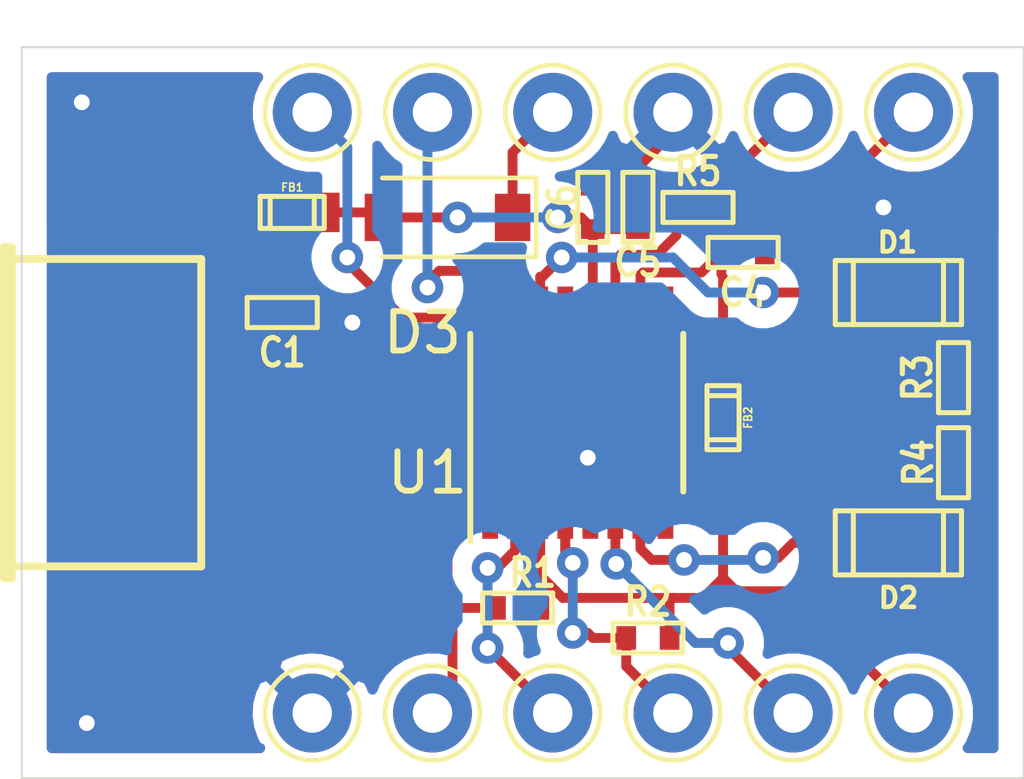
<source format=kicad_pcb>
(kicad_pcb (version 20171130) (host pcbnew "(5.1.7)-1")

  (general
    (thickness 1.6)
    (drawings 4)
    (tracks 163)
    (zones 0)
    (modules 28)
    (nets 21)
  )

  (page A4)
  (layers
    (0 F.Cu signal)
    (31 B.Cu signal)
    (32 B.Adhes user)
    (33 F.Adhes user)
    (34 B.Paste user)
    (35 F.Paste user)
    (36 B.SilkS user)
    (37 F.SilkS user)
    (38 B.Mask user)
    (39 F.Mask user)
    (40 Dwgs.User user)
    (41 Cmts.User user)
    (42 Eco1.User user)
    (43 Eco2.User user)
    (44 Edge.Cuts user)
    (45 Margin user)
    (46 B.CrtYd user)
    (47 F.CrtYd user)
    (48 B.Fab user)
    (49 F.Fab user hide)
  )

  (setup
    (last_trace_width 0.25)
    (trace_clearance 0.2)
    (zone_clearance 0.508)
    (zone_45_only no)
    (trace_min 0.2)
    (via_size 0.8)
    (via_drill 0.4)
    (via_min_size 0.4)
    (via_min_drill 0.3)
    (uvia_size 0.3)
    (uvia_drill 0.1)
    (uvias_allowed no)
    (uvia_min_size 0.2)
    (uvia_min_drill 0.1)
    (edge_width 0.05)
    (segment_width 0.2)
    (pcb_text_width 0.3)
    (pcb_text_size 1.5 1.5)
    (mod_edge_width 0.12)
    (mod_text_size 1 1)
    (mod_text_width 0.15)
    (pad_size 1.524 1.524)
    (pad_drill 0.762)
    (pad_to_mask_clearance 0)
    (aux_axis_origin 0 0)
    (grid_origin 89.408 67.056)
    (visible_elements 7FFFFFFF)
    (pcbplotparams
      (layerselection 0x010f0_ffffffff)
      (usegerberextensions false)
      (usegerberattributes true)
      (usegerberadvancedattributes true)
      (creategerberjobfile true)
      (excludeedgelayer true)
      (linewidth 0.100000)
      (plotframeref false)
      (viasonmask false)
      (mode 1)
      (useauxorigin false)
      (hpglpennumber 1)
      (hpglpenspeed 20)
      (hpglpendiameter 15.000000)
      (psnegative false)
      (psa4output false)
      (plotreference true)
      (plotvalue true)
      (plotinvisibletext false)
      (padsonsilk false)
      (subtractmaskfromsilk false)
      (outputformat 1)
      (mirror false)
      (drillshape 0)
      (scaleselection 1)
      (outputdirectory ""))
  )

  (net 0 "")
  (net 1 GND1)
  (net 2 "Net-(C1-Pad1)")
  (net 3 +3V3)
  (net 4 +5V)
  (net 5 /RXLED)
  (net 6 /TXLED)
  (net 7 "Net-(J1-Pad4)")
  (net 8 /TXD)
  (net 9 /RXD)
  (net 10 /D+)
  (net 11 /D-)
  (net 12 "Net-(D1-Pad2)")
  (net 13 "Net-(D2-Pad2)")
  (net 14 /VCCIO)
  (net 15 /Reset)
  (net 16 "Net-(TP8-Pad1)")
  (net 17 "Net-(TP9-Pad1)")
  (net 18 "Net-(TP10-Pad1)")
  (net 19 "Net-(TP11-Pad1)")
  (net 20 "Net-(D3-Pad1)")

  (net_class Default "This is the default net class."
    (clearance 0.2)
    (trace_width 0.25)
    (via_dia 0.8)
    (via_drill 0.4)
    (uvia_dia 0.3)
    (uvia_drill 0.1)
    (add_net +3V3)
    (add_net +5V)
    (add_net /D+)
    (add_net /D-)
    (add_net /RXD)
    (add_net /RXLED)
    (add_net /Reset)
    (add_net /TXD)
    (add_net /TXLED)
    (add_net /VCCIO)
    (add_net GND1)
    (add_net "Net-(C1-Pad1)")
    (add_net "Net-(D1-Pad2)")
    (add_net "Net-(D2-Pad2)")
    (add_net "Net-(D3-Pad1)")
    (add_net "Net-(J1-Pad4)")
    (add_net "Net-(TP10-Pad1)")
    (add_net "Net-(TP11-Pad1)")
    (add_net "Net-(TP8-Pad1)")
    (add_net "Net-(TP9-Pad1)")
  )

  (module TestPoint:TestPoint_THTPad_D2.0mm_Drill1.0mm (layer F.Cu) (tedit 5A0F774F) (tstamp 5F9AEFAC)
    (at 96.774 65.405)
    (descr "THT pad as test Point, diameter 2.0mm, hole diameter 1.0mm")
    (tags "test point THT pad")
    (path /5FA22079)
    (attr virtual)
    (fp_text reference TP2 (at 0 2.921) (layer F.SilkS) hide
      (effects (font (size 1 1) (thickness 0.15)))
    )
    (fp_text value TestPoint (at 0 2.05) (layer F.Fab)
      (effects (font (size 1 1) (thickness 0.15)))
    )
    (fp_text user %R (at 0 -2) (layer F.Fab)
      (effects (font (size 1 1) (thickness 0.15)))
    )
    (fp_circle (center 0 0) (end 1.5 0) (layer F.CrtYd) (width 0.05))
    (fp_circle (center 0 0) (end 0 1.2) (layer F.SilkS) (width 0.12))
    (pad 1 thru_hole circle (at 0 0) (size 2 2) (drill 1) (layers *.Cu *.Mask)
      (net 1 GND1))
  )

  (module TestPoint:TestPoint_THTPad_D2.0mm_Drill1.0mm (layer F.Cu) (tedit 5A0F774F) (tstamp 5F9ABC0E)
    (at 105.918 50.165)
    (descr "THT pad as test Point, diameter 2.0mm, hole diameter 1.0mm")
    (tags "test point THT pad")
    (path /5FA2406E)
    (attr virtual)
    (fp_text reference TP12 (at 0 -3.556) (layer F.SilkS) hide
      (effects (font (size 1 1) (thickness 0.15)))
    )
    (fp_text value TestPoint (at 0 2.05) (layer F.Fab)
      (effects (font (size 1 1) (thickness 0.15)))
    )
    (fp_text user %R (at 0 -2) (layer F.Fab)
      (effects (font (size 1 1) (thickness 0.15)))
    )
    (fp_circle (center 0 0) (end 1.5 0) (layer F.CrtYd) (width 0.05))
    (fp_circle (center 0 0) (end 0 1.2) (layer F.SilkS) (width 0.12))
    (pad 1 thru_hole circle (at 0 0) (size 2 2) (drill 1) (layers *.Cu *.Mask)
      (net 1 GND1))
  )

  (module TestPoint:TestPoint_THTPad_D2.0mm_Drill1.0mm (layer F.Cu) (tedit 5A0F774F) (tstamp 5F999DCB)
    (at 96.774 50.165)
    (descr "THT pad as test Point, diameter 2.0mm, hole diameter 1.0mm")
    (tags "test point THT pad")
    (path /5F9EC8D7)
    (attr virtual)
    (fp_text reference TP11 (at 0 -2.54) (layer F.SilkS) hide
      (effects (font (size 1 1) (thickness 0.15)))
    )
    (fp_text value TestPoint (at 0 2.05) (layer F.Fab)
      (effects (font (size 1 1) (thickness 0.15)))
    )
    (fp_text user %R (at 0 -2) (layer F.Fab)
      (effects (font (size 1 1) (thickness 0.15)))
    )
    (fp_circle (center 0 0) (end 1.5 0) (layer F.CrtYd) (width 0.05))
    (fp_circle (center 0 0) (end 0 1.2) (layer F.SilkS) (width 0.12))
    (pad 1 thru_hole circle (at 0 0) (size 2 2) (drill 1) (layers *.Cu *.Mask)
      (net 19 "Net-(TP11-Pad1)"))
  )

  (module TestPoint:TestPoint_THTPad_D2.0mm_Drill1.0mm (layer F.Cu) (tedit 5A0F774F) (tstamp 5F999DBD)
    (at 99.822 50.165)
    (descr "THT pad as test Point, diameter 2.0mm, hole diameter 1.0mm")
    (tags "test point THT pad")
    (path /5F9EAAEB)
    (attr virtual)
    (fp_text reference TP10 (at 0 -3.683) (layer F.SilkS) hide
      (effects (font (size 1 1) (thickness 0.15)))
    )
    (fp_text value TestPoint (at 0 2.05) (layer F.Fab)
      (effects (font (size 1 1) (thickness 0.15)))
    )
    (fp_text user %R (at 0 -2) (layer F.Fab)
      (effects (font (size 1 1) (thickness 0.15)))
    )
    (fp_circle (center 0 0) (end 1.5 0) (layer F.CrtYd) (width 0.05))
    (fp_circle (center 0 0) (end 0 1.2) (layer F.SilkS) (width 0.12))
    (pad 1 thru_hole circle (at 0 0) (size 2 2) (drill 1) (layers *.Cu *.Mask)
      (net 18 "Net-(TP10-Pad1)"))
  )

  (module TestPoint:TestPoint_THTPad_D2.0mm_Drill1.0mm (layer F.Cu) (tedit 5A0F774F) (tstamp 5F999DAF)
    (at 108.966 65.405)
    (descr "THT pad as test Point, diameter 2.0mm, hole diameter 1.0mm")
    (tags "test point THT pad")
    (path /5F9E8BF7)
    (attr virtual)
    (fp_text reference TP9 (at 0 2.921) (layer F.SilkS) hide
      (effects (font (size 1 1) (thickness 0.15)))
    )
    (fp_text value TestPoint (at 0 2.05) (layer F.Fab)
      (effects (font (size 1 1) (thickness 0.15)))
    )
    (fp_text user %R (at 0 -2) (layer F.Fab)
      (effects (font (size 1 1) (thickness 0.15)))
    )
    (fp_circle (center 0 0) (end 1.5 0) (layer F.CrtYd) (width 0.05))
    (fp_circle (center 0 0) (end 0 1.2) (layer F.SilkS) (width 0.12))
    (pad 1 thru_hole circle (at 0 0) (size 2 2) (drill 1) (layers *.Cu *.Mask)
      (net 17 "Net-(TP9-Pad1)"))
  )

  (module TestPoint:TestPoint_THTPad_D2.0mm_Drill1.0mm (layer F.Cu) (tedit 5A0F774F) (tstamp 5F999DA1)
    (at 102.87 65.405)
    (descr "THT pad as test Point, diameter 2.0mm, hole diameter 1.0mm")
    (tags "test point THT pad")
    (path /5F9E6C2A)
    (attr virtual)
    (fp_text reference TP8 (at 0 2.921) (layer F.SilkS) hide
      (effects (font (size 1 1) (thickness 0.15)))
    )
    (fp_text value TestPoint (at 0 2.05) (layer F.Fab)
      (effects (font (size 1 1) (thickness 0.15)))
    )
    (fp_text user %R (at 0 -2) (layer F.Fab)
      (effects (font (size 1 1) (thickness 0.15)))
    )
    (fp_circle (center 0 0) (end 1.5 0) (layer F.CrtYd) (width 0.05))
    (fp_circle (center 0 0) (end 0 1.2) (layer F.SilkS) (width 0.12))
    (pad 1 thru_hole circle (at 0 0) (size 2 2) (drill 1) (layers *.Cu *.Mask)
      (net 16 "Net-(TP8-Pad1)"))
  )

  (module TestPoint:TestPoint_THTPad_D2.0mm_Drill1.0mm (layer F.Cu) (tedit 5A0F774F) (tstamp 5F996EEC)
    (at 112.014 50.165)
    (descr "THT pad as test Point, diameter 2.0mm, hole diameter 1.0mm")
    (tags "test point THT pad")
    (path /5F998E67)
    (attr virtual)
    (fp_text reference TP7 (at 0 -3.683) (layer F.SilkS) hide
      (effects (font (size 1 1) (thickness 0.15)))
    )
    (fp_text value TestPoint (at 0 2.05) (layer F.Fab)
      (effects (font (size 1 1) (thickness 0.15)))
    )
    (fp_text user %R (at 0 -2) (layer F.Fab)
      (effects (font (size 1 1) (thickness 0.15)))
    )
    (fp_circle (center 0 0) (end 1.5 0) (layer F.CrtYd) (width 0.05))
    (fp_circle (center 0 0) (end 0 1.2) (layer F.SilkS) (width 0.12))
    (pad 1 thru_hole circle (at 0 0) (size 2 2) (drill 1) (layers *.Cu *.Mask)
      (net 3 +3V3))
  )

  (module TestPoint:TestPoint_THTPad_D2.0mm_Drill1.0mm (layer F.Cu) (tedit 5A0F774F) (tstamp 5F989398)
    (at 105.918 65.405)
    (descr "THT pad as test Point, diameter 2.0mm, hole diameter 1.0mm")
    (tags "test point THT pad")
    (path /5F9A1F40)
    (attr virtual)
    (fp_text reference TP6 (at 0 2.921) (layer F.SilkS) hide
      (effects (font (size 1 1) (thickness 0.15)))
    )
    (fp_text value TestPoint (at 0 2.05) (layer F.Fab)
      (effects (font (size 1 1) (thickness 0.15)))
    )
    (fp_text user %R (at 0 -2) (layer F.Fab)
      (effects (font (size 1 1) (thickness 0.15)))
    )
    (fp_circle (center 0 0) (end 1.5 0) (layer F.CrtYd) (width 0.05))
    (fp_circle (center 0 0) (end 0 1.2) (layer F.SilkS) (width 0.12))
    (pad 1 thru_hole circle (at 0 0) (size 2 2) (drill 1) (layers *.Cu *.Mask)
      (net 9 /RXD))
  )

  (module TestPoint:TestPoint_THTPad_D2.0mm_Drill1.0mm (layer F.Cu) (tedit 5A0F774F) (tstamp 5F98938A)
    (at 99.822 65.405)
    (descr "THT pad as test Point, diameter 2.0mm, hole diameter 1.0mm")
    (tags "test point THT pad")
    (path /5F99F19C)
    (attr virtual)
    (fp_text reference TP5 (at 0 2.921) (layer F.SilkS) hide
      (effects (font (size 1 1) (thickness 0.15)))
    )
    (fp_text value TestPoint (at 0 2.05) (layer F.Fab)
      (effects (font (size 1 1) (thickness 0.15)))
    )
    (fp_text user %R (at 0 -2) (layer F.Fab)
      (effects (font (size 1 1) (thickness 0.15)))
    )
    (fp_circle (center 0 0) (end 1.5 0) (layer F.CrtYd) (width 0.05))
    (fp_circle (center 0 0) (end 0 1.2) (layer F.SilkS) (width 0.12))
    (pad 1 thru_hole circle (at 0 0) (size 2 2) (drill 1) (layers *.Cu *.Mask)
      (net 8 /TXD))
  )

  (module TestPoint:TestPoint_THTPad_D2.0mm_Drill1.0mm (layer F.Cu) (tedit 5A0F774F) (tstamp 5F98937C)
    (at 112.014 65.405)
    (descr "THT pad as test Point, diameter 2.0mm, hole diameter 1.0mm")
    (tags "test point THT pad")
    (path /5F9A3982)
    (attr virtual)
    (fp_text reference TP4 (at 0 2.921) (layer F.SilkS) hide
      (effects (font (size 1 1) (thickness 0.15)))
    )
    (fp_text value TestPoint (at 0 2.05) (layer F.Fab)
      (effects (font (size 1 1) (thickness 0.15)))
    )
    (fp_text user %R (at 0 -2) (layer F.Fab)
      (effects (font (size 1 1) (thickness 0.15)))
    )
    (fp_circle (center 0 0) (end 1.5 0) (layer F.CrtYd) (width 0.05))
    (fp_circle (center 0 0) (end 0 1.2) (layer F.SilkS) (width 0.12))
    (pad 1 thru_hole circle (at 0 0) (size 2 2) (drill 1) (layers *.Cu *.Mask)
      (net 14 /VCCIO))
  )

  (module TestPoint:TestPoint_THTPad_D2.0mm_Drill1.0mm (layer F.Cu) (tedit 5A0F774F) (tstamp 5F98936E)
    (at 108.966 50.165)
    (descr "THT pad as test Point, diameter 2.0mm, hole diameter 1.0mm")
    (tags "test point THT pad")
    (path /5F9B5A7E)
    (attr virtual)
    (fp_text reference TP3 (at 0 -2.54) (layer F.SilkS) hide
      (effects (font (size 1 1) (thickness 0.15)))
    )
    (fp_text value TestPoint (at 0 2.05) (layer F.Fab)
      (effects (font (size 1 1) (thickness 0.15)))
    )
    (fp_text user %R (at 0 -2) (layer F.Fab)
      (effects (font (size 1 1) (thickness 0.15)))
    )
    (fp_circle (center 0 0) (end 1.5 0) (layer F.CrtYd) (width 0.05))
    (fp_circle (center 0 0) (end 0 1.2) (layer F.SilkS) (width 0.12))
    (pad 1 thru_hole circle (at 0 0) (size 2 2) (drill 1) (layers *.Cu *.Mask)
      (net 15 /Reset))
  )

  (module TestPoint:TestPoint_THTPad_D2.0mm_Drill1.0mm (layer F.Cu) (tedit 5A0F774F) (tstamp 5F9ABB16)
    (at 102.87 50.165)
    (descr "THT pad as test Point, diameter 2.0mm, hole diameter 1.0mm")
    (tags "test point THT pad")
    (path /5F9B40FD)
    (attr virtual)
    (fp_text reference TP1 (at 0 -2.413) (layer F.SilkS) hide
      (effects (font (size 1 1) (thickness 0.15)))
    )
    (fp_text value TestPoint (at 0 2.05) (layer F.Fab)
      (effects (font (size 1 1) (thickness 0.15)))
    )
    (fp_text user %R (at 0 -2) (layer F.Fab)
      (effects (font (size 1 1) (thickness 0.15)))
    )
    (fp_circle (center 0 0) (end 1.5 0) (layer F.CrtYd) (width 0.05))
    (fp_circle (center 0 0) (end 0 1.2) (layer F.SilkS) (width 0.12))
    (pad 1 thru_hole circle (at 0 0) (size 2 2) (drill 1) (layers *.Cu *.Mask)
      (net 20 "Net-(D3-Pad1)"))
  )

  (module Diode_SMD:D_SOD-123 (layer F.Cu) (tedit 58645DC7) (tstamp 5F9ACAF8)
    (at 100.203 52.832 180)
    (descr SOD-123)
    (tags SOD-123)
    (path /5F9C7B8A)
    (attr smd)
    (fp_text reference D3 (at 0.635 -2.921) (layer F.SilkS)
      (effects (font (size 1 1) (thickness 0.15)))
    )
    (fp_text value DIODESCH (at 0 2.1) (layer F.Fab)
      (effects (font (size 1 1) (thickness 0.15)))
    )
    (fp_text user %R (at 0 -2) (layer F.Fab)
      (effects (font (size 1 1) (thickness 0.15)))
    )
    (fp_line (start -2.25 -1) (end -2.25 1) (layer F.SilkS) (width 0.12))
    (fp_line (start 0.25 0) (end 0.75 0) (layer F.Fab) (width 0.1))
    (fp_line (start 0.25 0.4) (end -0.35 0) (layer F.Fab) (width 0.1))
    (fp_line (start 0.25 -0.4) (end 0.25 0.4) (layer F.Fab) (width 0.1))
    (fp_line (start -0.35 0) (end 0.25 -0.4) (layer F.Fab) (width 0.1))
    (fp_line (start -0.35 0) (end -0.35 0.55) (layer F.Fab) (width 0.1))
    (fp_line (start -0.35 0) (end -0.35 -0.55) (layer F.Fab) (width 0.1))
    (fp_line (start -0.75 0) (end -0.35 0) (layer F.Fab) (width 0.1))
    (fp_line (start -1.4 0.9) (end -1.4 -0.9) (layer F.Fab) (width 0.1))
    (fp_line (start 1.4 0.9) (end -1.4 0.9) (layer F.Fab) (width 0.1))
    (fp_line (start 1.4 -0.9) (end 1.4 0.9) (layer F.Fab) (width 0.1))
    (fp_line (start -1.4 -0.9) (end 1.4 -0.9) (layer F.Fab) (width 0.1))
    (fp_line (start -2.35 -1.15) (end 2.35 -1.15) (layer F.CrtYd) (width 0.05))
    (fp_line (start 2.35 -1.15) (end 2.35 1.15) (layer F.CrtYd) (width 0.05))
    (fp_line (start 2.35 1.15) (end -2.35 1.15) (layer F.CrtYd) (width 0.05))
    (fp_line (start -2.35 -1.15) (end -2.35 1.15) (layer F.CrtYd) (width 0.05))
    (fp_line (start -2.25 1) (end 1.65 1) (layer F.SilkS) (width 0.12))
    (fp_line (start -2.25 -1) (end 1.65 -1) (layer F.SilkS) (width 0.12))
    (pad 2 smd rect (at 1.65 0 180) (size 0.9 1.2) (layers F.Cu F.Paste F.Mask)
      (net 4 +5V))
    (pad 1 smd rect (at -1.65 0 180) (size 0.9 1.2) (layers F.Cu F.Paste F.Mask)
      (net 20 "Net-(D3-Pad1)"))
    (model ${KISYS3DMOD}/Diode_SMD.3dshapes/D_SOD-123.wrl
      (at (xyz 0 0 0))
      (scale (xyz 1 1 1))
      (rotate (xyz 0 0 0))
    )
  )

  (module t_passive_smd:res_0402 (layer F.Cu) (tedit 5BB76B2F) (tstamp 5F9977F5)
    (at 106.553 52.578)
    (descr "SMT capacitor, 0402")
    (path /5F9B9526)
    (fp_text reference R5 (at 0 -0.9144) (layer F.SilkS)
      (effects (font (size 0.6985 0.59944) (thickness 0.130048)))
    )
    (fp_text value R_US (at 0 0.8128) (layer F.SilkS) hide
      (effects (font (size 0.50038 0.50038) (thickness 0.11938)))
    )
    (fp_line (start -0.762 0.381) (end -0.762 -0.381) (layer F.Fab) (width 0.1))
    (fp_line (start 0.762 0.381) (end -0.762 0.381) (layer F.Fab) (width 0.1))
    (fp_line (start 0.762 -0.381) (end 0.762 0.381) (layer F.Fab) (width 0.1))
    (fp_line (start -0.762 -0.381) (end 0.762 -0.381) (layer F.Fab) (width 0.1))
    (fp_line (start -0.889 -0.381) (end 0.889 -0.381) (layer F.CrtYd) (width 0.05))
    (fp_line (start -0.889 0.381) (end -0.889 -0.381) (layer F.CrtYd) (width 0.05))
    (fp_line (start 0.889 0.381) (end -0.889 0.381) (layer F.CrtYd) (width 0.05))
    (fp_line (start 0.889 -0.381) (end 0.889 0.381) (layer F.CrtYd) (width 0.05))
    (fp_line (start -0.889 -0.381) (end -0.889 0.381) (layer F.SilkS) (width 0.127))
    (fp_line (start -0.889 0.381) (end 0.889 0.381) (layer F.SilkS) (width 0.127))
    (fp_line (start 0.889 0.381) (end 0.889 -0.381) (layer F.SilkS) (width 0.127))
    (fp_line (start 0.889 -0.381) (end -0.889 -0.381) (layer F.SilkS) (width 0.127))
    (fp_text user %R (at 0.254 0) (layer F.Fab)
      (effects (font (size 0.4 0.4) (thickness 0.05)))
    )
    (pad 1 smd rect (at 0.55 0) (size 0.5 0.6) (layers F.Cu F.Paste F.Mask)
      (net 3 +3V3))
    (pad 2 smd rect (at -0.55 0) (size 0.5 0.6) (layers F.Cu F.Paste F.Mask)
      (net 15 /Reset))
    (model ${T_LIBS}/3d/t_passive_smd/res_0402.stp
      (offset (xyz 0 0 0.02999999954944519))
      (scale (xyz 1 1 1))
      (rotate (xyz 0 0 0))
    )
  )

  (module t_passive_smd:res_0402 (layer F.Cu) (tedit 5BB76B2F) (tstamp 5F996E42)
    (at 113.03 59.055 270)
    (descr "SMT capacitor, 0402")
    (path /5F99EE1C)
    (fp_text reference R4 (at 0 0.889 90) (layer F.SilkS)
      (effects (font (size 0.6985 0.59944) (thickness 0.130048)))
    )
    (fp_text value R_US (at 0 0.8128 90) (layer F.SilkS) hide
      (effects (font (size 0.50038 0.50038) (thickness 0.11938)))
    )
    (fp_line (start -0.762 0.381) (end -0.762 -0.381) (layer F.Fab) (width 0.1))
    (fp_line (start 0.762 0.381) (end -0.762 0.381) (layer F.Fab) (width 0.1))
    (fp_line (start 0.762 -0.381) (end 0.762 0.381) (layer F.Fab) (width 0.1))
    (fp_line (start -0.762 -0.381) (end 0.762 -0.381) (layer F.Fab) (width 0.1))
    (fp_line (start -0.889 -0.381) (end 0.889 -0.381) (layer F.CrtYd) (width 0.05))
    (fp_line (start -0.889 0.381) (end -0.889 -0.381) (layer F.CrtYd) (width 0.05))
    (fp_line (start 0.889 0.381) (end -0.889 0.381) (layer F.CrtYd) (width 0.05))
    (fp_line (start 0.889 -0.381) (end 0.889 0.381) (layer F.CrtYd) (width 0.05))
    (fp_line (start -0.889 -0.381) (end -0.889 0.381) (layer F.SilkS) (width 0.127))
    (fp_line (start -0.889 0.381) (end 0.889 0.381) (layer F.SilkS) (width 0.127))
    (fp_line (start 0.889 0.381) (end 0.889 -0.381) (layer F.SilkS) (width 0.127))
    (fp_line (start 0.889 -0.381) (end -0.889 -0.381) (layer F.SilkS) (width 0.127))
    (fp_text user %R (at 0.1905 0 90) (layer F.Fab)
      (effects (font (size 0.4 0.4) (thickness 0.05)))
    )
    (pad 1 smd rect (at 0.55 0 270) (size 0.5 0.6) (layers F.Cu F.Paste F.Mask)
      (net 13 "Net-(D2-Pad2)"))
    (pad 2 smd rect (at -0.55 0 270) (size 0.5 0.6) (layers F.Cu F.Paste F.Mask)
      (net 3 +3V3))
    (model ${T_LIBS}/3d/t_passive_smd/res_0402.stp
      (offset (xyz 0 0 0.02999999954944519))
      (scale (xyz 1 1 1))
      (rotate (xyz 0 0 0))
    )
  )

  (module t_passive_smd:res_0402 (layer F.Cu) (tedit 5BB76B2F) (tstamp 5F996E2F)
    (at 113.03 56.896 90)
    (descr "SMT capacitor, 0402")
    (path /5F9A06D1)
    (fp_text reference R3 (at 0 -0.9144 90) (layer F.SilkS)
      (effects (font (size 0.6985 0.59944) (thickness 0.130048)))
    )
    (fp_text value R_US (at 0 0.8128 90) (layer F.SilkS) hide
      (effects (font (size 0.50038 0.50038) (thickness 0.11938)))
    )
    (fp_line (start -0.762 0.381) (end -0.762 -0.381) (layer F.Fab) (width 0.1))
    (fp_line (start 0.762 0.381) (end -0.762 0.381) (layer F.Fab) (width 0.1))
    (fp_line (start 0.762 -0.381) (end 0.762 0.381) (layer F.Fab) (width 0.1))
    (fp_line (start -0.762 -0.381) (end 0.762 -0.381) (layer F.Fab) (width 0.1))
    (fp_line (start -0.889 -0.381) (end 0.889 -0.381) (layer F.CrtYd) (width 0.05))
    (fp_line (start -0.889 0.381) (end -0.889 -0.381) (layer F.CrtYd) (width 0.05))
    (fp_line (start 0.889 0.381) (end -0.889 0.381) (layer F.CrtYd) (width 0.05))
    (fp_line (start 0.889 -0.381) (end 0.889 0.381) (layer F.CrtYd) (width 0.05))
    (fp_line (start -0.889 -0.381) (end -0.889 0.381) (layer F.SilkS) (width 0.127))
    (fp_line (start -0.889 0.381) (end 0.889 0.381) (layer F.SilkS) (width 0.127))
    (fp_line (start 0.889 0.381) (end 0.889 -0.381) (layer F.SilkS) (width 0.127))
    (fp_line (start 0.889 -0.381) (end -0.889 -0.381) (layer F.SilkS) (width 0.127))
    (fp_text user %R (at 0.1905 0 90) (layer F.Fab)
      (effects (font (size 0.4 0.4) (thickness 0.05)))
    )
    (pad 1 smd rect (at 0.55 0 90) (size 0.5 0.6) (layers F.Cu F.Paste F.Mask)
      (net 12 "Net-(D1-Pad2)"))
    (pad 2 smd rect (at -0.55 0 90) (size 0.5 0.6) (layers F.Cu F.Paste F.Mask)
      (net 3 +3V3))
    (model ${T_LIBS}/3d/t_passive_smd/res_0402.stp
      (offset (xyz 0 0 0.02999999954944519))
      (scale (xyz 1 1 1))
      (rotate (xyz 0 0 0))
    )
  )

  (module t_passive_smd:cap_0402 (layer F.Cu) (tedit 5BB76BB0) (tstamp 5F98B14B)
    (at 107.696 53.721 180)
    (descr "SMT capacitor, 0402")
    (path /5FDC27E4)
    (fp_text reference C4 (at 0 -1.016) (layer F.SilkS)
      (effects (font (size 0.6985 0.59944) (thickness 0.130048)))
    )
    (fp_text value C (at 0 0.8636) (layer F.SilkS) hide
      (effects (font (size 0.50038 0.50038) (thickness 0.11938)))
    )
    (fp_line (start -0.889 -0.381) (end -0.889 0.381) (layer F.SilkS) (width 0.127))
    (fp_line (start -0.889 0.381) (end 0.889 0.381) (layer F.SilkS) (width 0.127))
    (fp_line (start 0.889 0.381) (end 0.889 -0.381) (layer F.SilkS) (width 0.127))
    (fp_line (start 0.889 -0.381) (end -0.889 -0.381) (layer F.SilkS) (width 0.127))
    (fp_line (start 0.889 -0.381) (end -0.889 -0.381) (layer F.CrtYd) (width 0.05))
    (fp_line (start -0.889 -0.381) (end -0.889 0.381) (layer F.CrtYd) (width 0.05))
    (fp_line (start -0.889 0.381) (end 0.889 0.381) (layer F.CrtYd) (width 0.05))
    (fp_line (start 0.889 0.381) (end 0.889 -0.381) (layer F.CrtYd) (width 0.05))
    (fp_line (start 0.8255 -0.381) (end 0.8255 0.381) (layer F.Fab) (width 0.1))
    (fp_line (start 0.8255 0.381) (end -0.8255 0.381) (layer F.Fab) (width 0.1))
    (fp_line (start -0.8255 0.381) (end -0.8255 -0.381) (layer F.Fab) (width 0.1))
    (fp_line (start -0.8255 -0.381) (end 0.8255 -0.381) (layer F.Fab) (width 0.1))
    (fp_text user %R (at 0.0635 0) (layer F.Fab)
      (effects (font (size 0.4 0.4) (thickness 0.05)))
    )
    (pad 2 smd rect (at -0.55 0 180) (size 0.5 0.6) (layers F.Cu F.Paste F.Mask)
      (net 1 GND1))
    (pad 1 smd rect (at 0.55 0 180) (size 0.5 0.6) (layers F.Cu F.Paste F.Mask)
      (net 3 +3V3))
    (model ${T_LIBS}/3d/t_passive_smd/cap_0402.stp
      (offset (xyz 0 0 0.04999999924907534))
      (scale (xyz 1 1 1))
      (rotate (xyz 0 0 0))
    )
  )

  (module t_USB:conn_usb_B_micro_smd (layer F.Cu) (tedit 5ECED1D6) (tstamp 5F9887D5)
    (at 91.059 57.785 270)
    (descr "USB B micro SMD connector, Molex P/N 47346-0001")
    (path /5F9916B9)
    (fp_text reference J1 (at 0 2.60096 90) (layer F.SilkS) hide
      (effects (font (size 0.50038 0.50038) (thickness 0.09906)))
    )
    (fp_text value USB_micro-B (at 0 -4.0005 90) (layer F.SilkS) hide
      (effects (font (size 0.50038 0.50038) (thickness 0.09906)))
    )
    (fp_line (start -4.20116 1.99898) (end 4.20116 1.99898) (layer F.SilkS) (width 0.20066))
    (fp_line (start -4.20116 2.10058) (end 4.20116 2.10058) (layer F.SilkS) (width 0.20066))
    (fp_line (start 4.20116 2.10058) (end 4.20116 1.89992) (layer F.SilkS) (width 0.20066))
    (fp_line (start 4.20116 1.89992) (end -4.20116 1.89992) (layer F.SilkS) (width 0.20066))
    (fp_line (start -4.20116 1.89992) (end -4.20116 2.10058) (layer F.SilkS) (width 0.20066))
    (fp_line (start -3.8989 2.10058) (end -3.8989 -2.90068) (layer F.SilkS) (width 0.20066))
    (fp_line (start -3.8989 -2.90068) (end 3.8989 -2.90068) (layer F.SilkS) (width 0.20066))
    (fp_line (start 3.8989 -2.90068) (end 3.8989 2.10058) (layer F.SilkS) (width 0.20066))
    (pad 5 smd rect (at 1.30048 -2.65938 270) (size 0.44958 1.37922) (layers F.Cu F.Paste F.Mask)
      (net 1 GND1))
    (pad 4 smd rect (at 0.65024 -2.65938 270) (size 0.44958 1.37922) (layers F.Cu F.Paste F.Mask)
      (net 7 "Net-(J1-Pad4)"))
    (pad 3 smd rect (at 0 -2.65938 270) (size 0.44958 1.37922) (layers F.Cu F.Paste F.Mask)
      (net 10 /D+))
    (pad 2 smd rect (at -0.65024 -2.65938 270) (size 0.44958 1.37922) (layers F.Cu F.Paste F.Mask)
      (net 11 /D-))
    (pad 1 smd rect (at -1.30048 -2.65938 270) (size 0.44958 1.37922) (layers F.Cu F.Paste F.Mask)
      (net 2 "Net-(C1-Pad1)"))
    (pad "" smd rect (at -2.46126 -2.2987 270) (size 1.4732 2.10058) (layers F.Cu F.Paste F.Mask))
    (pad "" smd rect (at 2.46126 -2.2987 270) (size 1.4732 2.10058) (layers F.Cu F.Paste F.Mask))
    (pad 6 smd rect (at -2.91338 0 270) (size 2.3749 1.89738) (layers F.Cu F.Paste F.Mask)
      (net 1 GND1))
    (pad 6 smd rect (at 2.91338 0 270) (size 2.3749 1.89738) (layers F.Cu F.Paste F.Mask)
      (net 1 GND1))
    (pad 6 smd rect (at 0.8382 0 270) (size 1.17348 1.89738) (layers F.Cu F.Paste F.Mask)
      (net 1 GND1))
    (pad 6 smd rect (at -0.8382 0 270) (size 1.17348 1.89738) (layers F.Cu F.Paste F.Mask)
      (net 1 GND1))
    (model ${T_LIBS}/3d/t_USB/10118192-002lfc.stp
      (offset (xyz -98 3 -0.4))
      (scale (xyz 1 1 1))
      (rotate (xyz -90 0 0))
    )
  )

  (module Package_SO:SSOP-16_3.9x4.9mm_P0.635mm (layer F.Cu) (tedit 5A02F25C) (tstamp 5F98883D)
    (at 103.505 57.785 90)
    (descr "SSOP16: plastic shrink small outline package; 16 leads; body width 3.9 mm; lead pitch 0.635; (see NXP SSOP-TSSOP-VSO-REFLOW.pdf and sot519-1_po.pdf)")
    (tags "SSOP 0.635")
    (path /5F98B0BA)
    (attr smd)
    (fp_text reference U1 (at -1.524 -3.81 180) (layer F.SilkS)
      (effects (font (size 1 1) (thickness 0.15)))
    )
    (fp_text value FT230XS (at 0 3.5 90) (layer F.Fab)
      (effects (font (size 1 1) (thickness 0.15)))
    )
    (fp_line (start -3.275 -2.725) (end 2 -2.725) (layer F.SilkS) (width 0.15))
    (fp_line (start -2 2.675) (end 2 2.675) (layer F.SilkS) (width 0.15))
    (fp_line (start -3.45 2.8) (end 3.45 2.8) (layer F.CrtYd) (width 0.05))
    (fp_line (start -3.45 -2.85) (end 3.45 -2.85) (layer F.CrtYd) (width 0.05))
    (fp_line (start 3.45 -2.85) (end 3.45 2.8) (layer F.CrtYd) (width 0.05))
    (fp_line (start -3.45 -2.85) (end -3.45 2.8) (layer F.CrtYd) (width 0.05))
    (fp_line (start -1.95 -1.45) (end -0.95 -2.45) (layer F.Fab) (width 0.15))
    (fp_line (start -1.95 2.45) (end -1.95 -1.45) (layer F.Fab) (width 0.15))
    (fp_line (start 1.95 2.45) (end -1.95 2.45) (layer F.Fab) (width 0.15))
    (fp_line (start 1.95 -2.45) (end 1.95 2.45) (layer F.Fab) (width 0.15))
    (fp_line (start -0.95 -2.45) (end 1.95 -2.45) (layer F.Fab) (width 0.15))
    (fp_text user %R (at 0 0 90) (layer F.Fab)
      (effects (font (size 0.8 0.8) (thickness 0.15)))
    )
    (pad 16 smd rect (at 2.6 -2.2225 90) (size 1.2 0.4) (layers F.Cu F.Paste F.Mask)
      (net 19 "Net-(TP11-Pad1)"))
    (pad 15 smd rect (at 2.6 -1.5875 90) (size 1.2 0.4) (layers F.Cu F.Paste F.Mask)
      (net 18 "Net-(TP10-Pad1)"))
    (pad 14 smd rect (at 2.6 -0.9525 90) (size 1.2 0.4) (layers F.Cu F.Paste F.Mask)
      (net 5 /RXLED))
    (pad 13 smd rect (at 2.6 -0.3175 90) (size 1.2 0.4) (layers F.Cu F.Paste F.Mask)
      (net 1 GND1))
    (pad 12 smd rect (at 2.6 0.3175 90) (size 1.2 0.4) (layers F.Cu F.Paste F.Mask)
      (net 4 +5V))
    (pad 11 smd rect (at 2.6 0.9525 90) (size 1.2 0.4) (layers F.Cu F.Paste F.Mask)
      (net 15 /Reset))
    (pad 10 smd rect (at 2.6 1.5875 90) (size 1.2 0.4) (layers F.Cu F.Paste F.Mask)
      (net 3 +3V3))
    (pad 9 smd rect (at 2.6 2.2225 90) (size 1.2 0.4) (layers F.Cu F.Paste F.Mask)
      (net 11 /D-))
    (pad 8 smd rect (at -2.6 2.2225 90) (size 1.2 0.4) (layers F.Cu F.Paste F.Mask)
      (net 10 /D+))
    (pad 7 smd rect (at -2.6 1.5875 90) (size 1.2 0.4) (layers F.Cu F.Paste F.Mask)
      (net 6 /TXLED))
    (pad 6 smd rect (at -2.6 0.9525 90) (size 1.2 0.4) (layers F.Cu F.Paste F.Mask)
      (net 17 "Net-(TP9-Pad1)"))
    (pad 5 smd rect (at -2.6 0.3175 90) (size 1.2 0.4) (layers F.Cu F.Paste F.Mask)
      (net 1 GND1))
    (pad 4 smd rect (at -2.6 -0.3175 90) (size 1.2 0.4) (layers F.Cu F.Paste F.Mask)
      (net 9 /RXD))
    (pad 3 smd rect (at -2.6 -0.9525 90) (size 1.2 0.4) (layers F.Cu F.Paste F.Mask)
      (net 14 /VCCIO))
    (pad 2 smd rect (at -2.6 -1.5875 90) (size 1.2 0.4) (layers F.Cu F.Paste F.Mask)
      (net 16 "Net-(TP8-Pad1)"))
    (pad 1 smd rect (at -2.6 -2.2225 90) (size 1.2 0.4) (layers F.Cu F.Paste F.Mask)
      (net 8 /TXD))
    (model ${KISYS3DMOD}/Package_SO.3dshapes/SSOP-16_3.9x4.9mm_P0.635mm.wrl
      (at (xyz 0 0 0))
      (scale (xyz 1 1 1))
      (rotate (xyz 0 0 0))
    )
  )

  (module t_ferrite_beads:fb_0603 (layer F.Cu) (tedit 0) (tstamp 5F9887BE)
    (at 107.188 57.912 270)
    (descr "ferrite beads, 0603")
    (path /5F9A5A2C)
    (fp_text reference FB2 (at 0 -0.635 90) (layer F.SilkS)
      (effects (font (size 0.20066 0.20066) (thickness 0.04064)))
    )
    (fp_text value Ferrite_Bead (at 0 0.635 90) (layer F.SilkS) hide
      (effects (font (size 0.20066 0.20066) (thickness 0.04064)))
    )
    (fp_line (start -0.8128 0.4064) (end -0.8128 -0.4064) (layer F.SilkS) (width 0.127))
    (fp_line (start 0.8128 0.4064) (end -0.8128 0.4064) (layer F.SilkS) (width 0.127))
    (fp_line (start 0.8128 -0.4064) (end 0.8128 0.4064) (layer F.SilkS) (width 0.127))
    (fp_line (start -0.8128 -0.4064) (end 0.8128 -0.4064) (layer F.SilkS) (width 0.127))
    (fp_line (start -0.5588 -0.381) (end -0.5588 0.4064) (layer F.SilkS) (width 0.127))
    (fp_line (start 0.5588 0.4064) (end 0.5588 -0.4064) (layer F.SilkS) (width 0.127))
    (pad 2 smd rect (at -0.75184 0 270) (size 0.89916 1.00076) (layers F.Cu F.Paste F.Mask)
      (net 3 +3V3))
    (pad 1 smd rect (at 0.75184 0 270) (size 0.89916 1.00076) (layers F.Cu F.Paste F.Mask)
      (net 14 /VCCIO))
    (model ${T_LIBS}/3d/t_ferrite_beads/fb_0603.wrl
      (at (xyz 0 0 0))
      (scale (xyz 2.54 2.54 2.54))
      (rotate (xyz 0 0 0))
    )
  )

  (module t_passive_smd:cap_0402 (layer F.Cu) (tedit 5BB76BB0) (tstamp 5F98B112)
    (at 96.012 55.245 180)
    (descr "SMT capacitor, 0402")
    (path /5FDD60DF)
    (fp_text reference C1 (at 0 -1.016) (layer F.SilkS)
      (effects (font (size 0.6985 0.59944) (thickness 0.130048)))
    )
    (fp_text value C (at 0 0.8636) (layer F.SilkS) hide
      (effects (font (size 0.50038 0.50038) (thickness 0.11938)))
    )
    (fp_line (start -0.889 -0.381) (end -0.889 0.381) (layer F.SilkS) (width 0.127))
    (fp_line (start -0.889 0.381) (end 0.889 0.381) (layer F.SilkS) (width 0.127))
    (fp_line (start 0.889 0.381) (end 0.889 -0.381) (layer F.SilkS) (width 0.127))
    (fp_line (start 0.889 -0.381) (end -0.889 -0.381) (layer F.SilkS) (width 0.127))
    (fp_line (start 0.889 -0.381) (end -0.889 -0.381) (layer F.CrtYd) (width 0.05))
    (fp_line (start -0.889 -0.381) (end -0.889 0.381) (layer F.CrtYd) (width 0.05))
    (fp_line (start -0.889 0.381) (end 0.889 0.381) (layer F.CrtYd) (width 0.05))
    (fp_line (start 0.889 0.381) (end 0.889 -0.381) (layer F.CrtYd) (width 0.05))
    (fp_line (start 0.8255 -0.381) (end 0.8255 0.381) (layer F.Fab) (width 0.1))
    (fp_line (start 0.8255 0.381) (end -0.8255 0.381) (layer F.Fab) (width 0.1))
    (fp_line (start -0.8255 0.381) (end -0.8255 -0.381) (layer F.Fab) (width 0.1))
    (fp_line (start -0.8255 -0.381) (end 0.8255 -0.381) (layer F.Fab) (width 0.1))
    (fp_text user %R (at 0.127 0) (layer F.Fab) hide
      (effects (font (size 0.4 0.4) (thickness 0.05)))
    )
    (pad 2 smd rect (at -0.55 0 180) (size 0.5 0.6) (layers F.Cu F.Paste F.Mask)
      (net 1 GND1))
    (pad 1 smd rect (at 0.55 0 180) (size 0.5 0.6) (layers F.Cu F.Paste F.Mask)
      (net 2 "Net-(C1-Pad1)"))
    (model ${T_LIBS}/3d/t_passive_smd/cap_0402.stp
      (offset (xyz 0 0 0.04999999924907534))
      (scale (xyz 1 1 1))
      (rotate (xyz 0 0 0))
    )
  )

  (module t_passive_smd:res_0402 (layer F.Cu) (tedit 5BB76B2F) (tstamp 5F98B1DD)
    (at 105.283 63.5)
    (descr "SMT capacitor, 0402")
    (path /60028AD0)
    (fp_text reference R2 (at 0 -0.9144) (layer F.SilkS)
      (effects (font (size 0.6985 0.59944) (thickness 0.130048)))
    )
    (fp_text value R_US (at 0 0.762) (layer F.SilkS) hide
      (effects (font (size 0.50038 0.50038) (thickness 0.11938)))
    )
    (fp_line (start 0.889 -0.381) (end -0.889 -0.381) (layer F.SilkS) (width 0.127))
    (fp_line (start 0.889 0.381) (end 0.889 -0.381) (layer F.SilkS) (width 0.127))
    (fp_line (start -0.889 0.381) (end 0.889 0.381) (layer F.SilkS) (width 0.127))
    (fp_line (start -0.889 -0.381) (end -0.889 0.381) (layer F.SilkS) (width 0.127))
    (fp_line (start 0.889 -0.381) (end 0.889 0.381) (layer F.CrtYd) (width 0.05))
    (fp_line (start 0.889 0.381) (end -0.889 0.381) (layer F.CrtYd) (width 0.05))
    (fp_line (start -0.889 0.381) (end -0.889 -0.381) (layer F.CrtYd) (width 0.05))
    (fp_line (start -0.889 -0.381) (end 0.889 -0.381) (layer F.CrtYd) (width 0.05))
    (fp_line (start -0.762 -0.381) (end 0.762 -0.381) (layer F.Fab) (width 0.1))
    (fp_line (start 0.762 -0.381) (end 0.762 0.381) (layer F.Fab) (width 0.1))
    (fp_line (start 0.762 0.381) (end -0.762 0.381) (layer F.Fab) (width 0.1))
    (fp_line (start -0.762 0.381) (end -0.762 -0.381) (layer F.Fab) (width 0.1))
    (fp_text user %R (at 0.1905 0) (layer F.Fab)
      (effects (font (size 0.4 0.4) (thickness 0.05)))
    )
    (pad 1 smd rect (at 0.55 0) (size 0.5 0.6) (layers F.Cu F.Paste F.Mask)
      (net 14 /VCCIO))
    (pad 2 smd rect (at -0.55 0) (size 0.5 0.6) (layers F.Cu F.Paste F.Mask)
      (net 9 /RXD))
    (model ${T_LIBS}/3d/t_passive_smd/res_0402.stp
      (offset (xyz 0 0 0.02999999954944519))
      (scale (xyz 1 1 1))
      (rotate (xyz 0 0 0))
    )
  )

  (module t_LED:r_1206 (layer F.Cu) (tedit 0) (tstamp 5F98B189)
    (at 111.633 61.087 180)
    (descr "SMT resistor, 1206")
    (path /6000E5FF)
    (fp_text reference D2 (at 0 -1.397) (layer F.SilkS)
      (effects (font (size 0.50038 0.50038) (thickness 0.11938)))
    )
    (fp_text value LED (at 1.397 -1.397) (layer F.SilkS) hide
      (effects (font (size 0.50038 0.50038) (thickness 0.11938)))
    )
    (fp_line (start 1.143 0.8128) (end 1.143 -0.8128) (layer F.SilkS) (width 0.127))
    (fp_line (start -1.143 -0.8128) (end -1.143 0.8128) (layer F.SilkS) (width 0.127))
    (fp_line (start -1.6002 -0.8128) (end -1.6002 0.8128) (layer F.SilkS) (width 0.127))
    (fp_line (start -1.6002 0.8128) (end 1.6002 0.8128) (layer F.SilkS) (width 0.127))
    (fp_line (start 1.6002 0.8128) (end 1.6002 -0.8128) (layer F.SilkS) (width 0.127))
    (fp_line (start 1.6002 -0.8128) (end -1.6002 -0.8128) (layer F.SilkS) (width 0.127))
    (pad 2 smd rect (at -1.397 0 180) (size 1.6002 1.8034) (layers F.Cu F.Paste F.Mask)
      (net 13 "Net-(D2-Pad2)"))
    (pad 1 smd rect (at 1.397 0 180) (size 1.6002 1.8034) (layers F.Cu F.Paste F.Mask)
      (net 6 /TXLED))
    (model ${LIBKICAD}/3d/smd_resistors/r_1206.wrl
      (at (xyz 0 0 0))
      (scale (xyz 1 1 1))
      (rotate (xyz 0 0 0))
    )
  )

  (module t_LED:r_1206 (layer F.Cu) (tedit 0) (tstamp 5F98B17D)
    (at 111.633 54.737 180)
    (descr "SMT resistor, 1206")
    (path /6000C60F)
    (fp_text reference D1 (at 0.0254 1.27) (layer F.SilkS)
      (effects (font (size 0.50038 0.50038) (thickness 0.11938)))
    )
    (fp_text value LED (at 0 1.27) (layer F.SilkS) hide
      (effects (font (size 0.50038 0.50038) (thickness 0.11938)))
    )
    (fp_line (start 1.143 0.8128) (end 1.143 -0.8128) (layer F.SilkS) (width 0.127))
    (fp_line (start -1.143 -0.8128) (end -1.143 0.8128) (layer F.SilkS) (width 0.127))
    (fp_line (start -1.6002 -0.8128) (end -1.6002 0.8128) (layer F.SilkS) (width 0.127))
    (fp_line (start -1.6002 0.8128) (end 1.6002 0.8128) (layer F.SilkS) (width 0.127))
    (fp_line (start 1.6002 0.8128) (end 1.6002 -0.8128) (layer F.SilkS) (width 0.127))
    (fp_line (start 1.6002 -0.8128) (end -1.6002 -0.8128) (layer F.SilkS) (width 0.127))
    (pad 2 smd rect (at -1.397 0 180) (size 1.6002 1.8034) (layers F.Cu F.Paste F.Mask)
      (net 12 "Net-(D1-Pad2)"))
    (pad 1 smd rect (at 1.397 0 180) (size 1.6002 1.8034) (layers F.Cu F.Paste F.Mask)
      (net 5 /RXLED))
    (model ${LIBKICAD}/3d/smd_resistors/r_1206.wrl
      (at (xyz 0 0 0))
      (scale (xyz 1 1 1))
      (rotate (xyz 0 0 0))
    )
  )

  (module t_passive_smd:cap_0402 (layer F.Cu) (tedit 5BB76BB0) (tstamp 5F98B15E)
    (at 105.029 52.578 270)
    (descr "SMT capacitor, 0402")
    (path /5FDD9A25)
    (fp_text reference C5 (at 1.397 0 180) (layer F.SilkS)
      (effects (font (size 0.6985 0.59944) (thickness 0.130048)))
    )
    (fp_text value C (at 0 0.8636 90) (layer F.SilkS) hide
      (effects (font (size 0.50038 0.50038) (thickness 0.11938)))
    )
    (fp_line (start -0.889 -0.381) (end -0.889 0.381) (layer F.SilkS) (width 0.127))
    (fp_line (start -0.889 0.381) (end 0.889 0.381) (layer F.SilkS) (width 0.127))
    (fp_line (start 0.889 0.381) (end 0.889 -0.381) (layer F.SilkS) (width 0.127))
    (fp_line (start 0.889 -0.381) (end -0.889 -0.381) (layer F.SilkS) (width 0.127))
    (fp_line (start 0.889 -0.381) (end -0.889 -0.381) (layer F.CrtYd) (width 0.05))
    (fp_line (start -0.889 -0.381) (end -0.889 0.381) (layer F.CrtYd) (width 0.05))
    (fp_line (start -0.889 0.381) (end 0.889 0.381) (layer F.CrtYd) (width 0.05))
    (fp_line (start 0.889 0.381) (end 0.889 -0.381) (layer F.CrtYd) (width 0.05))
    (fp_line (start 0.8255 -0.381) (end 0.8255 0.381) (layer F.Fab) (width 0.1))
    (fp_line (start 0.8255 0.381) (end -0.8255 0.381) (layer F.Fab) (width 0.1))
    (fp_line (start -0.8255 0.381) (end -0.8255 -0.381) (layer F.Fab) (width 0.1))
    (fp_line (start -0.8255 -0.381) (end 0.8255 -0.381) (layer F.Fab) (width 0.1))
    (fp_text user %R (at 0.0635 0 90) (layer F.Fab)
      (effects (font (size 0.4 0.4) (thickness 0.05)))
    )
    (pad 2 smd rect (at -0.55 0 270) (size 0.5 0.6) (layers F.Cu F.Paste F.Mask)
      (net 1 GND1))
    (pad 1 smd rect (at 0.55 0 270) (size 0.5 0.6) (layers F.Cu F.Paste F.Mask)
      (net 4 +5V))
    (model ${T_LIBS}/3d/t_passive_smd/cap_0402.stp
      (offset (xyz 0 0 0.04999999924907534))
      (scale (xyz 1 1 1))
      (rotate (xyz 0 0 0))
    )
  )

  (module t_ferrite_beads:fb_0603 (layer F.Cu) (tedit 0) (tstamp 5F98B195)
    (at 96.266 52.705)
    (descr "ferrite beads, 0603")
    (path /5FDCA0FC)
    (fp_text reference FB1 (at 0 -0.635) (layer F.SilkS)
      (effects (font (size 0.20066 0.20066) (thickness 0.04064)))
    )
    (fp_text value Ferrite_Bead (at 0 0.635) (layer F.SilkS) hide
      (effects (font (size 0.20066 0.20066) (thickness 0.04064)))
    )
    (fp_line (start 0.5588 0.4064) (end 0.5588 -0.4064) (layer F.SilkS) (width 0.127))
    (fp_line (start -0.5588 -0.381) (end -0.5588 0.4064) (layer F.SilkS) (width 0.127))
    (fp_line (start -0.8128 -0.4064) (end 0.8128 -0.4064) (layer F.SilkS) (width 0.127))
    (fp_line (start 0.8128 -0.4064) (end 0.8128 0.4064) (layer F.SilkS) (width 0.127))
    (fp_line (start 0.8128 0.4064) (end -0.8128 0.4064) (layer F.SilkS) (width 0.127))
    (fp_line (start -0.8128 0.4064) (end -0.8128 -0.4064) (layer F.SilkS) (width 0.127))
    (pad 2 smd rect (at -0.75184 0) (size 0.89916 1.00076) (layers F.Cu F.Paste F.Mask)
      (net 2 "Net-(C1-Pad1)"))
    (pad 1 smd rect (at 0.75184 0) (size 0.89916 1.00076) (layers F.Cu F.Paste F.Mask)
      (net 4 +5V))
    (model ${T_LIBS}/3d/t_ferrite_beads/fb_0603.wrl
      (at (xyz 0 0 0))
      (scale (xyz 2.54 2.54 2.54))
      (rotate (xyz 0 0 0))
    )
  )

  (module t_passive_smd:cap_0402 (layer F.Cu) (tedit 5BB76BB0) (tstamp 5F98B171)
    (at 103.886 52.578 270)
    (descr "SMT capacitor, 0402")
    (path /5FDD9A1F)
    (fp_text reference C6 (at 0 0.762 90) (layer F.SilkS)
      (effects (font (size 0.6985 0.59944) (thickness 0.130048)))
    )
    (fp_text value C (at 0 0.8636 90) (layer F.SilkS) hide
      (effects (font (size 0.50038 0.50038) (thickness 0.11938)))
    )
    (fp_line (start -0.889 -0.381) (end -0.889 0.381) (layer F.SilkS) (width 0.127))
    (fp_line (start -0.889 0.381) (end 0.889 0.381) (layer F.SilkS) (width 0.127))
    (fp_line (start 0.889 0.381) (end 0.889 -0.381) (layer F.SilkS) (width 0.127))
    (fp_line (start 0.889 -0.381) (end -0.889 -0.381) (layer F.SilkS) (width 0.127))
    (fp_line (start 0.889 -0.381) (end -0.889 -0.381) (layer F.CrtYd) (width 0.05))
    (fp_line (start -0.889 -0.381) (end -0.889 0.381) (layer F.CrtYd) (width 0.05))
    (fp_line (start -0.889 0.381) (end 0.889 0.381) (layer F.CrtYd) (width 0.05))
    (fp_line (start 0.889 0.381) (end 0.889 -0.381) (layer F.CrtYd) (width 0.05))
    (fp_line (start 0.8255 -0.381) (end 0.8255 0.381) (layer F.Fab) (width 0.1))
    (fp_line (start 0.8255 0.381) (end -0.8255 0.381) (layer F.Fab) (width 0.1))
    (fp_line (start -0.8255 0.381) (end -0.8255 -0.381) (layer F.Fab) (width 0.1))
    (fp_line (start -0.8255 -0.381) (end 0.8255 -0.381) (layer F.Fab) (width 0.1))
    (fp_text user %R (at 0 0 90) (layer F.Fab)
      (effects (font (size 0.4 0.4) (thickness 0.05)))
    )
    (pad 2 smd rect (at -0.55 0 270) (size 0.5 0.6) (layers F.Cu F.Paste F.Mask)
      (net 1 GND1))
    (pad 1 smd rect (at 0.55 0 270) (size 0.5 0.6) (layers F.Cu F.Paste F.Mask)
      (net 4 +5V))
    (model ${T_LIBS}/3d/t_passive_smd/cap_0402.stp
      (offset (xyz 0 0 0.04999999924907534))
      (scale (xyz 1 1 1))
      (rotate (xyz 0 0 0))
    )
  )

  (module t_passive_smd:res_0402 (layer F.Cu) (tedit 5BB76B2F) (tstamp 5F98B1CA)
    (at 101.981 62.738)
    (descr "SMT capacitor, 0402")
    (path /60024360)
    (fp_text reference R1 (at 0.381 -0.889) (layer F.SilkS)
      (effects (font (size 0.6985 0.59944) (thickness 0.130048)))
    )
    (fp_text value R_US (at 0 0.8128) (layer F.SilkS) hide
      (effects (font (size 0.50038 0.50038) (thickness 0.11938)))
    )
    (fp_line (start 0.889 -0.381) (end -0.889 -0.381) (layer F.SilkS) (width 0.127))
    (fp_line (start 0.889 0.381) (end 0.889 -0.381) (layer F.SilkS) (width 0.127))
    (fp_line (start -0.889 0.381) (end 0.889 0.381) (layer F.SilkS) (width 0.127))
    (fp_line (start -0.889 -0.381) (end -0.889 0.381) (layer F.SilkS) (width 0.127))
    (fp_line (start 0.889 -0.381) (end 0.889 0.381) (layer F.CrtYd) (width 0.05))
    (fp_line (start 0.889 0.381) (end -0.889 0.381) (layer F.CrtYd) (width 0.05))
    (fp_line (start -0.889 0.381) (end -0.889 -0.381) (layer F.CrtYd) (width 0.05))
    (fp_line (start -0.889 -0.381) (end 0.889 -0.381) (layer F.CrtYd) (width 0.05))
    (fp_line (start -0.762 -0.381) (end 0.762 -0.381) (layer F.Fab) (width 0.1))
    (fp_line (start 0.762 -0.381) (end 0.762 0.381) (layer F.Fab) (width 0.1))
    (fp_line (start 0.762 0.381) (end -0.762 0.381) (layer F.Fab) (width 0.1))
    (fp_line (start -0.762 0.381) (end -0.762 -0.381) (layer F.Fab) (width 0.1))
    (fp_text user %R (at 0 0) (layer F.Fab)
      (effects (font (size 0.4 0.4) (thickness 0.05)))
    )
    (pad 1 smd rect (at 0.55 0) (size 0.5 0.6) (layers F.Cu F.Paste F.Mask)
      (net 14 /VCCIO))
    (pad 2 smd rect (at -0.55 0) (size 0.5 0.6) (layers F.Cu F.Paste F.Mask)
      (net 8 /TXD))
    (model ${T_LIBS}/3d/t_passive_smd/res_0402.stp
      (offset (xyz 0 0 0.02999999954944519))
      (scale (xyz 1 1 1))
      (rotate (xyz 0 0 0))
    )
  )

  (gr_line (start 89.408 67.056) (end 89.408 48.514) (layer Edge.Cuts) (width 0.05) (tstamp 5F9AB26D))
  (gr_line (start 114.808 67.056) (end 89.408 67.056) (layer Edge.Cuts) (width 0.05))
  (gr_line (start 114.808 48.514) (end 114.808 67.056) (layer Edge.Cuts) (width 0.05))
  (gr_line (start 89.408 48.514) (end 114.808 48.514) (layer Edge.Cuts) (width 0.05))

  (segment (start 94.09938 59.08548) (end 95.66148 59.08548) (width 0.25) (layer F.Cu) (net 1))
  (via (at 111.252 52.578) (size 0.8) (drill 0.4) (layers F.Cu B.Cu) (net 1))
  (via (at 90.932 49.911) (size 0.8) (drill 0.4) (layers F.Cu B.Cu) (net 1))
  (via (at 103.759 58.928) (size 0.8) (drill 0.4) (layers F.Cu B.Cu) (net 1))
  (via (at 97.79 55.499) (size 0.8) (drill 0.4) (layers F.Cu B.Cu) (net 1))
  (via (at 91.059 65.659) (size 0.8) (drill 0.4) (layers F.Cu B.Cu) (net 1))
  (segment (start 103.8225 60.385) (end 103.8225 59.1185) (width 0.25) (layer F.Cu) (net 1))
  (segment (start 103.8225 59.1185) (end 103.632 58.928) (width 0.25) (layer F.Cu) (net 1))
  (segment (start 98.461999 56.170999) (end 97.79 55.499) (width 0.25) (layer F.Cu) (net 1))
  (segment (start 102.906999 56.170999) (end 98.461999 56.170999) (width 0.25) (layer F.Cu) (net 1))
  (segment (start 103.1875 55.890498) (end 102.906999 56.170999) (width 0.25) (layer F.Cu) (net 1))
  (segment (start 103.1875 55.185) (end 103.1875 55.890498) (width 0.25) (layer F.Cu) (net 1))
  (segment (start 108.246 53.721) (end 108.585 53.721) (width 0.25) (layer F.Cu) (net 1))
  (segment (start 108.246 53.721) (end 108.712 53.721) (width 0.25) (layer F.Cu) (net 1))
  (segment (start 109.855 52.578) (end 111.252 52.578) (width 0.25) (layer F.Cu) (net 1))
  (segment (start 108.712 53.721) (end 109.855 52.578) (width 0.25) (layer F.Cu) (net 1))
  (segment (start 105.918 50.165) (end 105.918 50.673) (width 0.25) (layer F.Cu) (net 1))
  (segment (start 105.918 50.673) (end 105.029 51.562) (width 0.25) (layer F.Cu) (net 1))
  (segment (start 93.71838 56.48452) (end 94.65799 56.48452) (width 0.25) (layer F.Cu) (net 2))
  (segment (start 95.462 55.68051) (end 95.462 55.245) (width 0.25) (layer F.Cu) (net 2))
  (segment (start 94.65799 56.48452) (end 95.462 55.68051) (width 0.25) (layer F.Cu) (net 2))
  (segment (start 95.462 52.75716) (end 95.51416 52.705) (width 0.25) (layer F.Cu) (net 2))
  (segment (start 95.462 55.245) (end 95.462 52.75716) (width 0.25) (layer F.Cu) (net 2))
  (segment (start 113.01984 57.92216) (end 113.03 57.912) (width 0.25) (layer F.Cu) (net 3))
  (segment (start 113.03 58.505) (end 113.03 57.912) (width 0.25) (layer F.Cu) (net 3))
  (segment (start 107.188 54.356) (end 107.188 57.16016) (width 0.25) (layer F.Cu) (net 3))
  (segment (start 107.188 57.277) (end 107.83316 57.92216) (width 0.25) (layer F.Cu) (net 3))
  (segment (start 107.188 57.16016) (end 107.188 57.277) (width 0.25) (layer F.Cu) (net 3))
  (segment (start 107.83316 57.92216) (end 113.01984 57.92216) (width 0.25) (layer F.Cu) (net 3))
  (segment (start 113.01984 57.45616) (end 113.03 57.446) (width 0.25) (layer F.Cu) (net 3))
  (segment (start 113.01984 57.92216) (end 113.01984 57.45616) (width 0.25) (layer F.Cu) (net 3))
  (segment (start 107.146 54.271) (end 107.146 53.721) (width 0.25) (layer F.Cu) (net 3))
  (segment (start 107.146 52.621) (end 107.103 52.578) (width 0.25) (layer F.Cu) (net 3))
  (segment (start 107.146 53.721) (end 107.146 52.621) (width 0.25) (layer F.Cu) (net 3))
  (segment (start 108.760366 52.578) (end 109.466376 51.87199) (width 0.25) (layer F.Cu) (net 3))
  (segment (start 107.103 52.578) (end 108.760366 52.578) (width 0.25) (layer F.Cu) (net 3))
  (segment (start 110.30701 51.87199) (end 112.014 50.165) (width 0.25) (layer F.Cu) (net 3))
  (segment (start 109.466376 51.87199) (end 110.30701 51.87199) (width 0.25) (layer F.Cu) (net 3))
  (segment (start 106.638 54.229) (end 107.146 53.721) (width 0.25) (layer F.Cu) (net 3))
  (segment (start 105.156 54.229) (end 106.638 54.229) (width 0.25) (layer F.Cu) (net 3))
  (segment (start 105.0925 54.2925) (end 105.156 54.229) (width 0.25) (layer F.Cu) (net 3))
  (segment (start 105.0925 55.185) (end 105.0925 54.2925) (width 0.25) (layer F.Cu) (net 3))
  (segment (start 105.029 53.128) (end 103.886 53.128) (width 0.25) (layer F.Cu) (net 4))
  (segment (start 103.886 55.1215) (end 103.8225 55.185) (width 0.25) (layer F.Cu) (net 4))
  (segment (start 103.886 53.128) (end 103.886 55.1215) (width 0.25) (layer F.Cu) (net 4))
  (segment (start 98.426 52.705) (end 98.553 52.832) (width 0.25) (layer F.Cu) (net 4))
  (segment (start 97.01784 52.705) (end 98.426 52.705) (width 0.25) (layer F.Cu) (net 4))
  (via (at 100.457 52.832) (size 0.8) (drill 0.4) (layers F.Cu B.Cu) (net 4))
  (segment (start 98.553 52.832) (end 100.457 52.832) (width 0.25) (layer F.Cu) (net 4))
  (via (at 102.997 52.832) (size 0.8) (drill 0.4) (layers F.Cu B.Cu) (net 4))
  (segment (start 100.457 52.832) (end 102.997 52.832) (width 0.25) (layer B.Cu) (net 4))
  (segment (start 103.59 52.832) (end 103.886 53.128) (width 0.25) (layer F.Cu) (net 4))
  (segment (start 102.997 52.832) (end 103.59 52.832) (width 0.25) (layer F.Cu) (net 4))
  (segment (start 102.5525 55.185) (end 102.5525 54.335) (width 0.25) (layer F.Cu) (net 5))
  (via (at 103.0975 53.848) (size 0.8) (drill 0.4) (layers F.Cu B.Cu) (net 5))
  (via (at 108.204 54.737) (size 0.8) (drill 0.4) (layers F.Cu B.Cu) (net 5))
  (segment (start 102.6105 54.335) (end 103.0975 53.848) (width 0.25) (layer F.Cu) (net 5))
  (segment (start 102.5525 54.335) (end 102.6105 54.335) (width 0.25) (layer F.Cu) (net 5))
  (segment (start 110.109 54.61) (end 110.236 54.737) (width 0.25) (layer F.Cu) (net 5))
  (segment (start 103.0975 53.848) (end 105.918 53.848) (width 0.25) (layer B.Cu) (net 5))
  (segment (start 106.807 54.737) (end 108.204 54.737) (width 0.25) (layer B.Cu) (net 5))
  (segment (start 105.918 53.848) (end 106.807 54.737) (width 0.25) (layer B.Cu) (net 5))
  (segment (start 108.204 54.737) (end 110.236 54.737) (width 0.25) (layer F.Cu) (net 5))
  (via (at 106.198486 61.520322) (size 0.8) (drill 0.4) (layers F.Cu B.Cu) (net 6))
  (segment (start 105.377822 61.520322) (end 106.198486 61.520322) (width 0.25) (layer F.Cu) (net 6))
  (segment (start 105.0925 61.235) (end 105.377822 61.520322) (width 0.25) (layer F.Cu) (net 6))
  (segment (start 105.0925 60.385) (end 105.0925 61.235) (width 0.25) (layer F.Cu) (net 6))
  (via (at 108.204 61.468) (size 0.8) (drill 0.4) (layers F.Cu B.Cu) (net 6))
  (segment (start 108.151678 61.520322) (end 108.204 61.468) (width 0.25) (layer B.Cu) (net 6))
  (segment (start 106.198486 61.520322) (end 108.151678 61.520322) (width 0.25) (layer B.Cu) (net 6))
  (segment (start 109.855 61.468) (end 110.236 61.087) (width 0.25) (layer F.Cu) (net 6))
  (segment (start 108.204 61.468) (end 108.585 61.468) (width 0.25) (layer F.Cu) (net 6))
  (segment (start 108.966 61.087) (end 110.236 61.087) (width 0.25) (layer F.Cu) (net 6))
  (segment (start 108.585 61.468) (end 108.966 61.087) (width 0.25) (layer F.Cu) (net 6))
  (segment (start 101.2825 60.385) (end 100.905 60.385) (width 0.25) (layer F.Cu) (net 8))
  (segment (start 100.905 60.385) (end 100.203 61.087) (width 0.25) (layer F.Cu) (net 8))
  (segment (start 100.203 61.087) (end 100.203 62.611) (width 0.25) (layer F.Cu) (net 8))
  (segment (start 100.33 62.738) (end 101.431 62.738) (width 0.25) (layer F.Cu) (net 8))
  (segment (start 100.203 62.611) (end 100.33 62.738) (width 0.25) (layer F.Cu) (net 8))
  (segment (start 100.33 64.897) (end 99.822 65.405) (width 0.25) (layer F.Cu) (net 8))
  (segment (start 100.33 62.738) (end 100.33 64.897) (width 0.25) (layer F.Cu) (net 8))
  (via (at 103.378 61.595) (size 0.8) (drill 0.4) (layers F.Cu B.Cu) (net 9))
  (segment (start 103.1875 60.385) (end 103.1875 61.235) (width 0.25) (layer F.Cu) (net 9))
  (via (at 103.378 63.373) (size 0.8) (drill 0.4) (layers F.Cu B.Cu) (net 9))
  (segment (start 103.1875 61.4045) (end 103.378 61.595) (width 0.25) (layer F.Cu) (net 9))
  (segment (start 103.1875 60.385) (end 103.1875 61.4045) (width 0.25) (layer F.Cu) (net 9))
  (segment (start 103.378 63.373) (end 103.378 61.595) (width 0.25) (layer B.Cu) (net 9))
  (segment (start 103.378 63.373) (end 103.378 63.542) (width 0.25) (layer F.Cu) (net 9))
  (segment (start 103.378 63.373) (end 103.759 63.373) (width 0.25) (layer F.Cu) (net 9))
  (segment (start 103.886 63.5) (end 104.733 63.5) (width 0.25) (layer F.Cu) (net 9))
  (segment (start 103.759 63.373) (end 103.886 63.5) (width 0.25) (layer F.Cu) (net 9))
  (segment (start 104.733 64.22) (end 105.918 65.405) (width 0.25) (layer F.Cu) (net 9))
  (segment (start 104.733 63.5) (end 104.733 64.22) (width 0.25) (layer F.Cu) (net 9))
  (segment (start 105.7275 59.634998) (end 105.7275 60.385) (width 0.25) (layer F.Cu) (net 10))
  (segment (start 96.647 57.912) (end 104.1045 57.912) (width 0.25) (layer F.Cu) (net 10))
  (segment (start 105.7275 59.535) (end 105.7275 60.385) (width 0.25) (layer F.Cu) (net 10))
  (segment (start 96.52 57.785) (end 96.647 57.912) (width 0.25) (layer F.Cu) (net 10))
  (segment (start 104.1045 57.912) (end 105.7275 59.535) (width 0.25) (layer F.Cu) (net 10))
  (segment (start 94.09938 57.785) (end 96.52 57.785) (width 0.25) (layer F.Cu) (net 10))
  (segment (start 105.7275 55.8165) (end 105.7275 55.185) (width 0.25) (layer F.Cu) (net 11))
  (segment (start 105.7275 55.935002) (end 105.7275 55.8165) (width 0.25) (layer F.Cu) (net 11))
  (segment (start 104.648 56.896) (end 105.7275 55.8165) (width 0.25) (layer F.Cu) (net 11))
  (segment (start 97.536 56.896) (end 104.648 56.896) (width 0.25) (layer F.Cu) (net 11))
  (segment (start 97.29724 57.13476) (end 97.536 56.896) (width 0.25) (layer F.Cu) (net 11))
  (segment (start 94.09938 57.13476) (end 97.29724 57.13476) (width 0.25) (layer F.Cu) (net 11))
  (segment (start 113.03 56.346) (end 113.03 54.737) (width 0.25) (layer F.Cu) (net 12))
  (segment (start 113.03 61.087) (end 113.03 61.468) (width 0.25) (layer F.Cu) (net 13))
  (segment (start 113.03 61.468) (end 112.776 61.722) (width 0.25) (layer F.Cu) (net 13))
  (segment (start 113.03 59.605) (end 113.03 61.087) (width 0.25) (layer F.Cu) (net 13))
  (segment (start 102.5525 61.135002) (end 102.5525 60.385) (width 0.25) (layer F.Cu) (net 14))
  (segment (start 102.5525 61.9125) (end 102.5525 61.135002) (width 0.25) (layer F.Cu) (net 14))
  (segment (start 103.124 62.484) (end 102.5525 61.9125) (width 0.25) (layer F.Cu) (net 14))
  (segment (start 107.188 61.976) (end 106.68 62.484) (width 0.25) (layer F.Cu) (net 14))
  (segment (start 107.188 58.66384) (end 107.188 61.976) (width 0.25) (layer F.Cu) (net 14))
  (segment (start 102.531 61.934) (end 102.531 62.484) (width 0.25) (layer F.Cu) (net 14))
  (segment (start 102.5525 61.9125) (end 102.531 61.934) (width 0.25) (layer F.Cu) (net 14))
  (segment (start 105.833 62.569) (end 105.918 62.484) (width 0.25) (layer F.Cu) (net 14))
  (segment (start 105.833 63.5) (end 105.833 62.569) (width 0.25) (layer F.Cu) (net 14))
  (segment (start 105.918 62.484) (end 103.124 62.484) (width 0.25) (layer F.Cu) (net 14))
  (segment (start 106.68 62.484) (end 105.918 62.484) (width 0.25) (layer F.Cu) (net 14))
  (segment (start 104.4575 55.185) (end 104.4575 53.9115) (width 0.25) (layer F.Cu) (net 15))
  (via (at 101.219 61.722) (size 0.8) (drill 0.4) (layers F.Cu B.Cu) (net 16))
  (segment (start 101.9175 61.2775) (end 101.473 61.722) (width 0.25) (layer F.Cu) (net 16))
  (segment (start 101.9175 60.385) (end 101.9175 61.2775) (width 0.25) (layer F.Cu) (net 16))
  (via (at 101.219 63.754) (size 0.8) (drill 0.4) (layers F.Cu B.Cu) (net 16))
  (segment (start 101.219 61.722) (end 101.219 63.373) (width 0.25) (layer B.Cu) (net 16))
  (segment (start 101.219 63.754) (end 101.219 63.373) (width 0.25) (layer B.Cu) (net 16))
  (via (at 104.479062 61.621418) (size 0.8) (drill 0.4) (layers F.Cu B.Cu) (net 17))
  (segment (start 104.4575 61.599856) (end 104.479062 61.621418) (width 0.25) (layer F.Cu) (net 17))
  (segment (start 104.4575 60.385) (end 104.4575 61.599856) (width 0.25) (layer F.Cu) (net 17))
  (via (at 107.315 63.627) (size 0.8) (drill 0.4) (layers F.Cu B.Cu) (net 17))
  (segment (start 106.484644 63.627) (end 107.315 63.627) (width 0.25) (layer B.Cu) (net 17))
  (segment (start 104.479062 61.621418) (end 106.484644 63.627) (width 0.25) (layer B.Cu) (net 17))
  (via (at 99.695 54.61) (size 0.8) (drill 0.4) (layers F.Cu B.Cu) (net 18))
  (segment (start 101.9175 55.185) (end 101.9175 54.187469) (width 0.25) (layer F.Cu) (net 18))
  (segment (start 100.076 50.673) (end 99.568 50.165) (width 0.25) (layer F.Cu) (net 18))
  (via (at 97.663 53.848) (size 0.8) (drill 0.4) (layers F.Cu B.Cu) (net 19))
  (segment (start 101.2825 55.185) (end 101.2825 55.057707) (width 0.25) (layer F.Cu) (net 19))
  (segment (start 99 55.312) (end 97.663 53.975) (width 0.25) (layer F.Cu) (net 19))
  (segment (start 101.031498 55.372) (end 99.06 55.372) (width 0.25) (layer F.Cu) (net 19))
  (segment (start 108.922701 62.313701) (end 112.014 65.405) (width 0.25) (layer F.Cu) (net 14))
  (segment (start 107.525701 62.313701) (end 108.922701 62.313701) (width 0.25) (layer F.Cu) (net 14))
  (segment (start 107.188 61.976) (end 107.525701 62.313701) (width 0.25) (layer F.Cu) (net 14))
  (segment (start 105.513012 53.77899) (end 106.003 53.289002) (width 0.25) (layer F.Cu) (net 15))
  (segment (start 104.59001 53.77899) (end 105.513012 53.77899) (width 0.25) (layer F.Cu) (net 15))
  (segment (start 104.4575 53.9115) (end 104.59001 53.77899) (width 0.25) (layer F.Cu) (net 15))
  (segment (start 106.003 53.289002) (end 106.003 52.578) (width 0.25) (layer F.Cu) (net 15))
  (segment (start 106.003 52.028) (end 106.215 51.816) (width 0.25) (layer F.Cu) (net 15))
  (segment (start 106.003 52.578) (end 106.003 52.028) (width 0.25) (layer F.Cu) (net 15))
  (segment (start 107.315 51.816) (end 108.966 50.165) (width 0.25) (layer F.Cu) (net 15))
  (segment (start 106.215 51.816) (end 107.315 51.816) (width 0.25) (layer F.Cu) (net 15))
  (segment (start 101.219 63.754) (end 102.87 65.405) (width 0.25) (layer F.Cu) (net 16))
  (segment (start 107.315 63.754) (end 108.966 65.405) (width 0.25) (layer F.Cu) (net 17))
  (segment (start 107.315 63.627) (end 107.315 63.754) (width 0.25) (layer F.Cu) (net 17))
  (segment (start 100.203 50.546) (end 99.822 50.165) (width 0.25) (layer B.Cu) (net 18))
  (segment (start 99.990531 54.187469) (end 99.695 54.483) (width 0.25) (layer F.Cu) (net 18))
  (segment (start 101.9175 54.187469) (end 99.990531 54.187469) (width 0.25) (layer F.Cu) (net 18))
  (segment (start 99.695 50.292) (end 99.822 50.165) (width 0.25) (layer B.Cu) (net 18))
  (segment (start 99.695 54.483) (end 99.695 50.292) (width 0.25) (layer B.Cu) (net 18))
  (segment (start 97.663 51.054) (end 96.774 50.165) (width 0.25) (layer B.Cu) (net 19))
  (segment (start 97.663 53.848) (end 97.663 51.054) (width 0.25) (layer B.Cu) (net 19))
  (segment (start 101.853 51.182) (end 102.87 50.165) (width 0.25) (layer F.Cu) (net 20))
  (segment (start 101.853 52.832) (end 101.853 51.182) (width 0.25) (layer F.Cu) (net 20))

  (zone (net 1) (net_name GND1) (layer F.Cu) (tstamp 5F9AF579) (hatch edge 0.508)
    (connect_pads (clearance 0.508))
    (min_thickness 0.254)
    (fill yes (arc_segments 32) (thermal_gap 0.508) (thermal_bridge_width 0.508))
    (polygon
      (pts
        (xy 114.173 66.421) (xy 90.043 66.421) (xy 90.043 49.149) (xy 114.173 49.149)
      )
    )
    (filled_polygon
      (pts
        (xy 95.325082 49.390537) (xy 95.201832 49.688088) (xy 95.139 50.003967) (xy 95.139 50.326033) (xy 95.201832 50.641912)
        (xy 95.325082 50.939463) (xy 95.504013 51.207252) (xy 95.731748 51.434987) (xy 95.928643 51.566548) (xy 95.06458 51.566548)
        (xy 94.940098 51.578808) (xy 94.8204 51.615118) (xy 94.710086 51.674083) (xy 94.613395 51.753435) (xy 94.534043 51.850126)
        (xy 94.475078 51.96044) (xy 94.438768 52.080138) (xy 94.426508 52.20462) (xy 94.426508 53.20538) (xy 94.438768 53.329862)
        (xy 94.475078 53.44956) (xy 94.534043 53.559874) (xy 94.613395 53.656565) (xy 94.702001 53.729282) (xy 94.702 54.024273)
        (xy 94.65217 53.997638) (xy 94.532472 53.961328) (xy 94.40799 53.949068) (xy 92.64486 53.949068) (xy 92.645762 53.68417)
        (xy 92.633502 53.559688) (xy 92.597192 53.43999) (xy 92.538227 53.329676) (xy 92.458875 53.232985) (xy 92.362184 53.153633)
        (xy 92.25187 53.094668) (xy 92.132172 53.058358) (xy 92.00769 53.046098) (xy 91.34475 53.04917) (xy 91.186 53.20792)
        (xy 91.186 54.74462) (xy 91.206 54.74462) (xy 91.206 54.99862) (xy 91.186 54.99862) (xy 91.186 56.8198)
        (xy 91.206 56.8198) (xy 91.206 57.0738) (xy 91.186 57.0738) (xy 91.186 58.4962) (xy 91.206 58.4962)
        (xy 91.206 58.7502) (xy 91.186 58.7502) (xy 91.186 60.57138) (xy 91.206 60.57138) (xy 91.206 60.82538)
        (xy 91.186 60.82538) (xy 91.186 62.36208) (xy 91.34475 62.52083) (xy 92.00769 62.523902) (xy 92.132172 62.511642)
        (xy 92.25187 62.475332) (xy 92.362184 62.416367) (xy 92.458875 62.337015) (xy 92.538227 62.240324) (xy 92.597192 62.13001)
        (xy 92.633502 62.010312) (xy 92.645762 61.88583) (xy 92.64486 61.620932) (xy 94.40799 61.620932) (xy 94.532472 61.608672)
        (xy 94.65217 61.572362) (xy 94.762484 61.513397) (xy 94.859175 61.434045) (xy 94.938527 61.337354) (xy 94.997492 61.22704)
        (xy 95.033802 61.107342) (xy 95.046062 60.98286) (xy 95.046062 59.50966) (xy 95.035916 59.406646) (xy 95.04299 59.34202)
        (xy 95.011009 59.310039) (xy 94.997492 59.26548) (xy 94.938527 59.155166) (xy 94.880816 59.084845) (xy 94.938527 59.014524)
        (xy 94.997492 58.90421) (xy 95.010456 58.861474) (xy 95.04299 58.82894) (xy 95.03585 58.763713) (xy 95.046062 58.66003)
        (xy 95.046062 58.545) (xy 96.220319 58.545) (xy 96.222724 58.546974) (xy 96.354753 58.617546) (xy 96.498014 58.661003)
        (xy 96.609667 58.672) (xy 96.609677 58.672) (xy 96.646999 58.675676) (xy 96.684322 58.672) (xy 103.789699 58.672)
        (xy 104.264627 59.146928) (xy 104.2575 59.146928) (xy 104.135354 59.158958) (xy 104.05425 59.15) (xy 104.003506 59.200744)
        (xy 103.903006 59.254463) (xy 103.8225 59.320532) (xy 103.741994 59.254463) (xy 103.641494 59.200744) (xy 103.59075 59.15)
        (xy 103.509646 59.158958) (xy 103.3875 59.146928) (xy 102.9875 59.146928) (xy 102.87 59.1585) (xy 102.7525 59.146928)
        (xy 102.3525 59.146928) (xy 102.235 59.1585) (xy 102.1175 59.146928) (xy 101.7175 59.146928) (xy 101.6 59.1585)
        (xy 101.4825 59.146928) (xy 101.0825 59.146928) (xy 100.958018 59.159188) (xy 100.83832 59.195498) (xy 100.728006 59.254463)
        (xy 100.631315 59.333815) (xy 100.551963 59.430506) (xy 100.492998 59.54082) (xy 100.456688 59.660518) (xy 100.444984 59.779357)
        (xy 100.424657 59.796039) (xy 100.364999 59.844999) (xy 100.341201 59.873998) (xy 99.692002 60.523197) (xy 99.662999 60.546999)
        (xy 99.616945 60.603117) (xy 99.568026 60.662724) (xy 99.514719 60.762454) (xy 99.497454 60.794754) (xy 99.453997 60.938015)
        (xy 99.443 61.049668) (xy 99.443 61.049678) (xy 99.439324 61.087) (xy 99.443 61.124323) (xy 99.443001 62.573668)
        (xy 99.439324 62.611) (xy 99.443001 62.648333) (xy 99.453998 62.759986) (xy 99.458931 62.776247) (xy 99.497454 62.903246)
        (xy 99.568026 63.035276) (xy 99.57 63.037681) (xy 99.57 63.788094) (xy 99.345088 63.832832) (xy 99.047537 63.956082)
        (xy 98.779748 64.135013) (xy 98.552013 64.362748) (xy 98.373082 64.630537) (xy 98.298483 64.810635) (xy 98.266795 64.718912)
        (xy 98.173814 64.544956) (xy 97.909413 64.449192) (xy 96.953605 65.405) (xy 96.967748 65.419143) (xy 96.788143 65.598748)
        (xy 96.774 65.584605) (xy 96.759858 65.598748) (xy 96.580253 65.419143) (xy 96.594395 65.405) (xy 95.638587 64.449192)
        (xy 95.374186 64.544956) (xy 95.233296 64.834571) (xy 95.151616 65.146108) (xy 95.132282 65.467595) (xy 95.176039 65.786675)
        (xy 95.281205 66.091088) (xy 95.374186 66.265044) (xy 95.454132 66.294) (xy 90.17 66.294) (xy 90.17 64.269587)
        (xy 95.818192 64.269587) (xy 96.774 65.225395) (xy 97.729808 64.269587) (xy 97.634044 64.005186) (xy 97.344429 63.864296)
        (xy 97.032892 63.782616) (xy 96.711405 63.763282) (xy 96.392325 63.807039) (xy 96.087912 63.912205) (xy 95.913956 64.005186)
        (xy 95.818192 64.269587) (xy 90.17 64.269587) (xy 90.17 62.523625) (xy 90.77325 62.52083) (xy 90.932 62.36208)
        (xy 90.932 60.82538) (xy 90.912 60.82538) (xy 90.912 60.57138) (xy 90.932 60.57138) (xy 90.932 58.7502)
        (xy 90.912 58.7502) (xy 90.912 58.4962) (xy 90.932 58.4962) (xy 90.932 57.0738) (xy 90.912 57.0738)
        (xy 90.912 56.8198) (xy 90.932 56.8198) (xy 90.932 54.99862) (xy 90.912 54.99862) (xy 90.912 54.74462)
        (xy 90.932 54.74462) (xy 90.932 53.20792) (xy 90.77325 53.04917) (xy 90.17 53.046375) (xy 90.17 49.276)
        (xy 95.401613 49.276)
      )
    )
    (filled_polygon
      (pts
        (xy 96.32408 53.794882) (xy 96.443778 53.831192) (xy 96.56826 53.843452) (xy 96.628 53.843452) (xy 96.628 53.949939)
        (xy 96.667774 54.149898) (xy 96.745795 54.338256) (xy 96.773712 54.380038) (xy 96.685 54.46875) (xy 96.685 55.118)
        (xy 97.28825 55.118) (xy 97.447 54.95925) (xy 97.441949 54.859307) (xy 97.480093 54.866895) (xy 98.488997 55.875799)
        (xy 98.492954 55.879046) (xy 98.519999 55.912001) (xy 98.635724 56.006974) (xy 98.767753 56.077546) (xy 98.911014 56.121003)
        (xy 99.022667 56.132) (xy 100.547957 56.132) (xy 100.550095 56.136) (xy 97.573325 56.136) (xy 97.536 56.132324)
        (xy 97.498675 56.136) (xy 97.498667 56.136) (xy 97.387014 56.146997) (xy 97.243753 56.190454) (xy 97.111724 56.261026)
        (xy 96.995999 56.355999) (xy 96.980602 56.37476) (xy 95.842552 56.37476) (xy 95.973004 56.244308) (xy 96.002001 56.220511)
        (xy 96.072517 56.134587) (xy 96.171476 56.167406) (xy 96.28025 56.18) (xy 96.439 56.02125) (xy 96.439 55.372)
        (xy 96.685 55.372) (xy 96.685 56.02125) (xy 96.84375 56.18) (xy 96.952524 56.167406) (xy 97.071249 56.128032)
        (xy 97.180012 56.066252) (xy 97.274631 55.984441) (xy 97.351473 55.885742) (xy 97.407582 55.773949) (xy 97.440804 55.653357)
        (xy 97.447 55.53075) (xy 97.28825 55.372) (xy 96.685 55.372) (xy 96.439 55.372) (xy 96.415 55.372)
        (xy 96.415 55.118) (xy 96.439 55.118) (xy 96.439 54.46875) (xy 96.28025 54.31) (xy 96.222 54.316744)
        (xy 96.222 53.787356) (xy 96.266 53.763837)
      )
    )
    (filled_polygon
      (pts
        (xy 108.369 53.594) (xy 108.393 53.594) (xy 108.393 53.719317) (xy 108.305939 53.702) (xy 108.102061 53.702)
        (xy 108.099 53.702609) (xy 108.099 53.594) (xy 108.123 53.594) (xy 108.123 53.574) (xy 108.369 53.574)
      )
    )
    (filled_polygon
      (pts
        (xy 114.046 53.237219) (xy 113.954582 53.209488) (xy 113.8301 53.197228) (xy 112.2299 53.197228) (xy 112.105418 53.209488)
        (xy 111.98572 53.245798) (xy 111.875406 53.304763) (xy 111.778715 53.384115) (xy 111.699363 53.480806) (xy 111.640398 53.59112)
        (xy 111.633 53.615508) (xy 111.625602 53.59112) (xy 111.566637 53.480806) (xy 111.487285 53.384115) (xy 111.390594 53.304763)
        (xy 111.28028 53.245798) (xy 111.160582 53.209488) (xy 111.0361 53.197228) (xy 109.4359 53.197228) (xy 109.311418 53.209488)
        (xy 109.19172 53.245798) (xy 109.117341 53.285555) (xy 109.108551 53.253646) (xy 109.184642 53.212974) (xy 109.300367 53.118001)
        (xy 109.324169 53.088998) (xy 109.781178 52.63199) (xy 110.269688 52.63199) (xy 110.30701 52.635666) (xy 110.344332 52.63199)
        (xy 110.344343 52.63199) (xy 110.455996 52.620993) (xy 110.599257 52.577536) (xy 110.731286 52.506964) (xy 110.847011 52.411991)
        (xy 110.870813 52.382988) (xy 111.522625 51.731177) (xy 111.537088 51.737168) (xy 111.852967 51.8) (xy 112.175033 51.8)
        (xy 112.490912 51.737168) (xy 112.788463 51.613918) (xy 113.056252 51.434987) (xy 113.283987 51.207252) (xy 113.462918 50.939463)
        (xy 113.586168 50.641912) (xy 113.649 50.326033) (xy 113.649 50.003967) (xy 113.586168 49.688088) (xy 113.462918 49.390537)
        (xy 113.386387 49.276) (xy 114.046 49.276)
      )
    )
    (filled_polygon
      (pts
        (xy 105.057956 51.564814) (xy 105.156 51.61251) (xy 105.156 51.905) (xy 105.176 51.905) (xy 105.176 52.010431)
        (xy 105.163498 52.03382) (xy 105.127188 52.153518) (xy 105.125072 52.175) (xy 104.902 52.175) (xy 104.902 52.151)
        (xy 104.013 52.151) (xy 104.013 52.175) (xy 103.973069 52.175) (xy 103.882247 52.126454) (xy 103.739 52.083001)
        (xy 103.739 51.905) (xy 103.759 51.905) (xy 103.759 51.881) (xy 104.013 51.881) (xy 104.013 51.905)
        (xy 104.902 51.905) (xy 104.902 51.360608) (xy 104.962193 51.300415)
      )
    )
    (filled_polygon
      (pts
        (xy 106.111748 50.150858) (xy 106.097605 50.165) (xy 106.111748 50.179143) (xy 105.932143 50.358748) (xy 105.918 50.344605)
        (xy 105.903858 50.358748) (xy 105.724253 50.179143) (xy 105.738395 50.165) (xy 105.724253 50.150858) (xy 105.903858 49.971253)
        (xy 105.918 49.985395) (xy 105.932143 49.971253)
      )
    )
  )
  (zone (net 1) (net_name GND1) (layer B.Cu) (tstamp 5F9AF576) (hatch edge 0.508)
    (connect_pads (clearance 0.508))
    (min_thickness 0.254)
    (fill yes (arc_segments 32) (thermal_gap 0.508) (thermal_bridge_width 0.508))
    (polygon
      (pts
        (xy 114.173 66.421) (xy 90.043 66.421) (xy 90.043 49.149) (xy 114.173 49.149)
      )
    )
    (filled_polygon
      (pts
        (xy 95.325082 49.390537) (xy 95.201832 49.688088) (xy 95.139 50.003967) (xy 95.139 50.326033) (xy 95.201832 50.641912)
        (xy 95.325082 50.939463) (xy 95.504013 51.207252) (xy 95.731748 51.434987) (xy 95.999537 51.613918) (xy 96.297088 51.737168)
        (xy 96.612967 51.8) (xy 96.903001 51.8) (xy 96.903 53.144289) (xy 96.859063 53.188226) (xy 96.745795 53.357744)
        (xy 96.667774 53.546102) (xy 96.628 53.746061) (xy 96.628 53.949939) (xy 96.667774 54.149898) (xy 96.745795 54.338256)
        (xy 96.859063 54.507774) (xy 97.003226 54.651937) (xy 97.172744 54.765205) (xy 97.361102 54.843226) (xy 97.561061 54.883)
        (xy 97.764939 54.883) (xy 97.964898 54.843226) (xy 98.153256 54.765205) (xy 98.322774 54.651937) (xy 98.466937 54.507774)
        (xy 98.580205 54.338256) (xy 98.658226 54.149898) (xy 98.698 53.949939) (xy 98.698 53.746061) (xy 98.658226 53.546102)
        (xy 98.580205 53.357744) (xy 98.466937 53.188226) (xy 98.423 53.144289) (xy 98.423 51.091323) (xy 98.426676 51.054)
        (xy 98.423 51.016677) (xy 98.423 51.016667) (xy 98.422712 51.013739) (xy 98.552013 51.207252) (xy 98.779748 51.434987)
        (xy 98.935001 51.538724) (xy 98.935 53.906289) (xy 98.891063 53.950226) (xy 98.777795 54.119744) (xy 98.699774 54.308102)
        (xy 98.66 54.508061) (xy 98.66 54.711939) (xy 98.699774 54.911898) (xy 98.777795 55.100256) (xy 98.891063 55.269774)
        (xy 99.035226 55.413937) (xy 99.204744 55.527205) (xy 99.393102 55.605226) (xy 99.593061 55.645) (xy 99.796939 55.645)
        (xy 99.996898 55.605226) (xy 100.185256 55.527205) (xy 100.354774 55.413937) (xy 100.498937 55.269774) (xy 100.612205 55.100256)
        (xy 100.690226 54.911898) (xy 100.73 54.711939) (xy 100.73 54.508061) (xy 100.690226 54.308102) (xy 100.612205 54.119744)
        (xy 100.498937 53.950226) (xy 100.455 53.906289) (xy 100.455 53.867) (xy 100.558939 53.867) (xy 100.758898 53.827226)
        (xy 100.947256 53.749205) (xy 101.116774 53.635937) (xy 101.160711 53.592) (xy 102.093144 53.592) (xy 102.0625 53.746061)
        (xy 102.0625 53.949939) (xy 102.102274 54.149898) (xy 102.180295 54.338256) (xy 102.293563 54.507774) (xy 102.437726 54.651937)
        (xy 102.607244 54.765205) (xy 102.795602 54.843226) (xy 102.995561 54.883) (xy 103.199439 54.883) (xy 103.399398 54.843226)
        (xy 103.587756 54.765205) (xy 103.757274 54.651937) (xy 103.801211 54.608) (xy 105.603199 54.608) (xy 106.243201 55.248003)
        (xy 106.266999 55.277001) (xy 106.382724 55.371974) (xy 106.514753 55.442546) (xy 106.658014 55.486003) (xy 106.769667 55.497)
        (xy 106.769677 55.497) (xy 106.807 55.500676) (xy 106.844323 55.497) (xy 107.500289 55.497) (xy 107.544226 55.540937)
        (xy 107.713744 55.654205) (xy 107.902102 55.732226) (xy 108.102061 55.772) (xy 108.305939 55.772) (xy 108.505898 55.732226)
        (xy 108.694256 55.654205) (xy 108.863774 55.540937) (xy 109.007937 55.396774) (xy 109.121205 55.227256) (xy 109.199226 55.038898)
        (xy 109.239 54.838939) (xy 109.239 54.635061) (xy 109.199226 54.435102) (xy 109.121205 54.246744) (xy 109.007937 54.077226)
        (xy 108.863774 53.933063) (xy 108.694256 53.819795) (xy 108.505898 53.741774) (xy 108.305939 53.702) (xy 108.102061 53.702)
        (xy 107.902102 53.741774) (xy 107.713744 53.819795) (xy 107.544226 53.933063) (xy 107.500289 53.977) (xy 107.121802 53.977)
        (xy 106.481803 53.337002) (xy 106.458001 53.307999) (xy 106.342276 53.213026) (xy 106.210247 53.142454) (xy 106.066986 53.098997)
        (xy 105.955333 53.088) (xy 105.955322 53.088) (xy 105.918 53.084324) (xy 105.880678 53.088) (xy 104.001356 53.088)
        (xy 104.032 52.933939) (xy 104.032 52.730061) (xy 103.992226 52.530102) (xy 103.914205 52.341744) (xy 103.800937 52.172226)
        (xy 103.656774 52.028063) (xy 103.487256 51.914795) (xy 103.298898 51.836774) (xy 103.098939 51.797) (xy 103.046115 51.797)
        (xy 103.346912 51.737168) (xy 103.644463 51.613918) (xy 103.912252 51.434987) (xy 104.046826 51.300413) (xy 104.962192 51.300413)
        (xy 105.057956 51.564814) (xy 105.347571 51.705704) (xy 105.659108 51.787384) (xy 105.980595 51.806718) (xy 106.299675 51.762961)
        (xy 106.604088 51.657795) (xy 106.778044 51.564814) (xy 106.873808 51.300413) (xy 105.918 50.344605) (xy 104.962192 51.300413)
        (xy 104.046826 51.300413) (xy 104.139987 51.207252) (xy 104.318918 50.939463) (xy 104.393517 50.759365) (xy 104.425205 50.851088)
        (xy 104.518186 51.025044) (xy 104.782587 51.120808) (xy 105.738395 50.165) (xy 105.724253 50.150858) (xy 105.903858 49.971253)
        (xy 105.918 49.985395) (xy 105.932143 49.971253) (xy 106.111748 50.150858) (xy 106.097605 50.165) (xy 107.053413 51.120808)
        (xy 107.317814 51.025044) (xy 107.444588 50.764447) (xy 107.517082 50.939463) (xy 107.696013 51.207252) (xy 107.923748 51.434987)
        (xy 108.191537 51.613918) (xy 108.489088 51.737168) (xy 108.804967 51.8) (xy 109.127033 51.8) (xy 109.442912 51.737168)
        (xy 109.740463 51.613918) (xy 110.008252 51.434987) (xy 110.235987 51.207252) (xy 110.414918 50.939463) (xy 110.49 50.7582)
        (xy 110.565082 50.939463) (xy 110.744013 51.207252) (xy 110.971748 51.434987) (xy 111.239537 51.613918) (xy 111.537088 51.737168)
        (xy 111.852967 51.8) (xy 112.175033 51.8) (xy 112.490912 51.737168) (xy 112.788463 51.613918) (xy 113.056252 51.434987)
        (xy 113.283987 51.207252) (xy 113.462918 50.939463) (xy 113.586168 50.641912) (xy 113.649 50.326033) (xy 113.649 50.003967)
        (xy 113.586168 49.688088) (xy 113.462918 49.390537) (xy 113.386387 49.276) (xy 114.046 49.276) (xy 114.046 66.294)
        (xy 113.386387 66.294) (xy 113.462918 66.179463) (xy 113.586168 65.881912) (xy 113.649 65.566033) (xy 113.649 65.243967)
        (xy 113.586168 64.928088) (xy 113.462918 64.630537) (xy 113.283987 64.362748) (xy 113.056252 64.135013) (xy 112.788463 63.956082)
        (xy 112.490912 63.832832) (xy 112.175033 63.77) (xy 111.852967 63.77) (xy 111.537088 63.832832) (xy 111.239537 63.956082)
        (xy 110.971748 64.135013) (xy 110.744013 64.362748) (xy 110.565082 64.630537) (xy 110.49 64.8118) (xy 110.414918 64.630537)
        (xy 110.235987 64.362748) (xy 110.008252 64.135013) (xy 109.740463 63.956082) (xy 109.442912 63.832832) (xy 109.127033 63.77)
        (xy 108.804967 63.77) (xy 108.489088 63.832832) (xy 108.31499 63.904946) (xy 108.35 63.728939) (xy 108.35 63.525061)
        (xy 108.310226 63.325102) (xy 108.232205 63.136744) (xy 108.118937 62.967226) (xy 107.974774 62.823063) (xy 107.805256 62.709795)
        (xy 107.616898 62.631774) (xy 107.416939 62.592) (xy 107.213061 62.592) (xy 107.013102 62.631774) (xy 106.824744 62.709795)
        (xy 106.715341 62.782895) (xy 106.456686 62.52424) (xy 106.500384 62.515548) (xy 106.688742 62.437527) (xy 106.85826 62.324259)
        (xy 106.902197 62.280322) (xy 107.556775 62.280322) (xy 107.713744 62.385205) (xy 107.902102 62.463226) (xy 108.102061 62.503)
        (xy 108.305939 62.503) (xy 108.505898 62.463226) (xy 108.694256 62.385205) (xy 108.863774 62.271937) (xy 109.007937 62.127774)
        (xy 109.121205 61.958256) (xy 109.199226 61.769898) (xy 109.239 61.569939) (xy 109.239 61.366061) (xy 109.199226 61.166102)
        (xy 109.121205 60.977744) (xy 109.007937 60.808226) (xy 108.863774 60.664063) (xy 108.694256 60.550795) (xy 108.505898 60.472774)
        (xy 108.305939 60.433) (xy 108.102061 60.433) (xy 107.902102 60.472774) (xy 107.713744 60.550795) (xy 107.544226 60.664063)
        (xy 107.447967 60.760322) (xy 106.902197 60.760322) (xy 106.85826 60.716385) (xy 106.688742 60.603117) (xy 106.500384 60.525096)
        (xy 106.300425 60.485322) (xy 106.096547 60.485322) (xy 105.896588 60.525096) (xy 105.70823 60.603117) (xy 105.538712 60.716385)
        (xy 105.394549 60.860548) (xy 105.304999 60.994569) (xy 105.282999 60.961644) (xy 105.138836 60.817481) (xy 104.969318 60.704213)
        (xy 104.78096 60.626192) (xy 104.581001 60.586418) (xy 104.377123 60.586418) (xy 104.177164 60.626192) (xy 103.988806 60.704213)
        (xy 103.9483 60.731278) (xy 103.868256 60.677795) (xy 103.679898 60.599774) (xy 103.479939 60.56) (xy 103.276061 60.56)
        (xy 103.076102 60.599774) (xy 102.887744 60.677795) (xy 102.718226 60.791063) (xy 102.574063 60.935226) (xy 102.460795 61.104744)
        (xy 102.382774 61.293102) (xy 102.343 61.493061) (xy 102.343 61.696939) (xy 102.382774 61.896898) (xy 102.460795 62.085256)
        (xy 102.574063 62.254774) (xy 102.618001 62.298712) (xy 102.618 62.669289) (xy 102.574063 62.713226) (xy 102.460795 62.882744)
        (xy 102.382774 63.071102) (xy 102.343 63.271061) (xy 102.343 63.474939) (xy 102.382774 63.674898) (xy 102.443998 63.822705)
        (xy 102.393088 63.832832) (xy 102.24652 63.893543) (xy 102.254 63.855939) (xy 102.254 63.652061) (xy 102.214226 63.452102)
        (xy 102.136205 63.263744) (xy 102.022937 63.094226) (xy 101.979 63.050289) (xy 101.979 62.425711) (xy 102.022937 62.381774)
        (xy 102.136205 62.212256) (xy 102.214226 62.023898) (xy 102.254 61.823939) (xy 102.254 61.620061) (xy 102.214226 61.420102)
        (xy 102.136205 61.231744) (xy 102.022937 61.062226) (xy 101.878774 60.918063) (xy 101.709256 60.804795) (xy 101.520898 60.726774)
        (xy 101.320939 60.687) (xy 101.117061 60.687) (xy 100.917102 60.726774) (xy 100.728744 60.804795) (xy 100.559226 60.918063)
        (xy 100.415063 61.062226) (xy 100.301795 61.231744) (xy 100.223774 61.420102) (xy 100.184 61.620061) (xy 100.184 61.823939)
        (xy 100.223774 62.023898) (xy 100.301795 62.212256) (xy 100.415063 62.381774) (xy 100.459 62.425711) (xy 100.459001 63.050288)
        (xy 100.415063 63.094226) (xy 100.301795 63.263744) (xy 100.223774 63.452102) (xy 100.184 63.652061) (xy 100.184 63.809975)
        (xy 99.983033 63.77) (xy 99.660967 63.77) (xy 99.345088 63.832832) (xy 99.047537 63.956082) (xy 98.779748 64.135013)
        (xy 98.552013 64.362748) (xy 98.373082 64.630537) (xy 98.298483 64.810635) (xy 98.266795 64.718912) (xy 98.173814 64.544956)
        (xy 97.909413 64.449192) (xy 96.953605 65.405) (xy 96.967748 65.419143) (xy 96.788143 65.598748) (xy 96.774 65.584605)
        (xy 96.759858 65.598748) (xy 96.580253 65.419143) (xy 96.594395 65.405) (xy 95.638587 64.449192) (xy 95.374186 64.544956)
        (xy 95.233296 64.834571) (xy 95.151616 65.146108) (xy 95.132282 65.467595) (xy 95.176039 65.786675) (xy 95.281205 66.091088)
        (xy 95.374186 66.265044) (xy 95.454132 66.294) (xy 90.17 66.294) (xy 90.17 64.269587) (xy 95.818192 64.269587)
        (xy 96.774 65.225395) (xy 97.729808 64.269587) (xy 97.634044 64.005186) (xy 97.344429 63.864296) (xy 97.032892 63.782616)
        (xy 96.711405 63.763282) (xy 96.392325 63.807039) (xy 96.087912 63.912205) (xy 95.913956 64.005186) (xy 95.818192 64.269587)
        (xy 90.17 64.269587) (xy 90.17 49.276) (xy 95.401613 49.276)
      )
    )
  )
)

</source>
